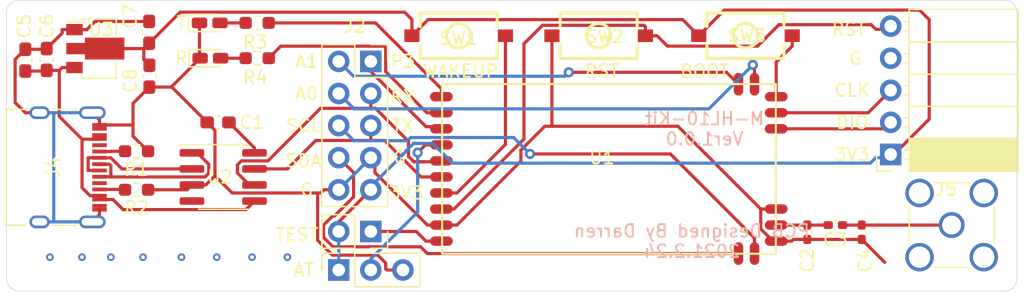
<source format=kicad_pcb>
(kicad_pcb (version 20171130) (host pcbnew "(5.1.9)-1")

  (general
    (thickness 1.6)
    (drawings 28)
    (tracks 274)
    (zones 0)
    (modules 26)
    (nets 32)
  )

  (page A4)
  (layers
    (0 F.Cu signal)
    (31 B.Cu signal)
    (32 B.Adhes user)
    (33 F.Adhes user)
    (34 B.Paste user)
    (35 F.Paste user)
    (36 B.SilkS user)
    (37 F.SilkS user)
    (38 B.Mask user)
    (39 F.Mask user)
    (40 Dwgs.User user)
    (41 Cmts.User user)
    (42 Eco1.User user)
    (43 Eco2.User user)
    (44 Edge.Cuts user)
    (45 Margin user)
    (46 B.CrtYd user hide)
    (47 F.CrtYd user hide)
    (48 B.Fab user hide)
    (49 F.Fab user hide)
  )

  (setup
    (last_trace_width 0.25)
    (trace_clearance 0.2)
    (zone_clearance 0.508)
    (zone_45_only no)
    (trace_min 0.2)
    (via_size 0.8)
    (via_drill 0.4)
    (via_min_size 0.4)
    (via_min_drill 0.3)
    (user_via 0.6 0.3)
    (uvia_size 0.3)
    (uvia_drill 0.1)
    (uvias_allowed no)
    (uvia_min_size 0.2)
    (uvia_min_drill 0.1)
    (edge_width 0.05)
    (segment_width 0.2)
    (pcb_text_width 0.3)
    (pcb_text_size 1.5 1.5)
    (mod_edge_width 0.12)
    (mod_text_size 1 1)
    (mod_text_width 0.15)
    (pad_size 1.524 1.524)
    (pad_drill 0.762)
    (pad_to_mask_clearance 0)
    (aux_axis_origin 0 0)
    (visible_elements 7FFFFFFF)
    (pcbplotparams
      (layerselection 0x010fc_ffffffff)
      (usegerberextensions false)
      (usegerberattributes true)
      (usegerberadvancedattributes true)
      (creategerberjobfile true)
      (excludeedgelayer true)
      (linewidth 0.100000)
      (plotframeref false)
      (viasonmask false)
      (mode 1)
      (useauxorigin false)
      (hpglpennumber 1)
      (hpglpenspeed 20)
      (hpglpendiameter 15.000000)
      (psnegative false)
      (psa4output false)
      (plotreference true)
      (plotvalue true)
      (plotinvisibletext false)
      (padsonsilk false)
      (subtractmaskfromsilk false)
      (outputformat 1)
      (mirror false)
      (drillshape 1)
      (scaleselection 1)
      (outputdirectory ""))
  )

  (net 0 "")
  (net 1 GND)
  (net 2 "Net-(C1-Pad1)")
  (net 3 "Net-(C2-Pad2)")
  (net 4 "Net-(C3-Pad1)")
  (net 5 +5V)
  (net 6 +3V3)
  (net 7 "Net-(D1-Pad2)")
  (net 8 "Net-(D2-Pad2)")
  (net 9 /AT)
  (net 10 /A1)
  (net 11 /A0)
  (net 12 /SCL)
  (net 13 /SDA)
  (net 14 /TX)
  (net 15 /RX)
  (net 16 /P3)
  (net 17 "Net-(J3-Pad1)")
  (net 18 "Net-(J4-PadB8)")
  (net 19 "Net-(J4-PadA5)")
  (net 20 /D-)
  (net 21 /D+)
  (net 22 "Net-(J4-PadA8)")
  (net 23 "Net-(J4-PadB5)")
  (net 24 "Net-(J5-Pad3)")
  (net 25 /RST)
  (net 26 /P1)
  (net 27 /P2)
  (net 28 /WKUP)
  (net 29 /BOOT)
  (net 30 "Net-(U2-Pad4)")
  (net 31 "Net-(J5-Pad2)")

  (net_class Default "This is the default net class."
    (clearance 0.2)
    (trace_width 0.25)
    (via_dia 0.8)
    (via_drill 0.4)
    (uvia_dia 0.3)
    (uvia_drill 0.1)
    (add_net +3V3)
    (add_net +5V)
    (add_net /A0)
    (add_net /A1)
    (add_net /AT)
    (add_net /BOOT)
    (add_net /D+)
    (add_net /D-)
    (add_net /P1)
    (add_net /P2)
    (add_net /P3)
    (add_net /RST)
    (add_net /RX)
    (add_net /SCL)
    (add_net /SDA)
    (add_net /TX)
    (add_net /WKUP)
    (add_net GND)
    (add_net "Net-(C1-Pad1)")
    (add_net "Net-(C2-Pad2)")
    (add_net "Net-(C3-Pad1)")
    (add_net "Net-(D1-Pad2)")
    (add_net "Net-(D2-Pad2)")
    (add_net "Net-(J3-Pad1)")
    (add_net "Net-(J4-PadA5)")
    (add_net "Net-(J4-PadA8)")
    (add_net "Net-(J4-PadB5)")
    (add_net "Net-(J4-PadB8)")
    (add_net "Net-(J5-Pad2)")
    (add_net "Net-(J5-Pad3)")
    (add_net "Net-(U2-Pad4)")
  )

  (module Connector_PinSocket_2.54mm:PinSocket_1x05_P2.54mm_Horizontal (layer F.Cu) (tedit 5A19A431) (tstamp 60359BEE)
    (at 205.994 92.202 180)
    (descr "Through hole angled socket strip, 1x05, 2.54mm pitch, 8.51mm socket length, single row (from Kicad 4.0.7), script generated")
    (tags "Through hole angled socket strip THT 1x05 2.54mm single row")
    (path /6035F909)
    (fp_text reference J5 (at -4.38 -2.77) (layer F.SilkS)
      (effects (font (size 1 1) (thickness 0.15)))
    )
    (fp_text value Conn_01x05_Female (at -4.38 12.93) (layer F.Fab)
      (effects (font (size 1 1) (thickness 0.15)))
    )
    (fp_line (start 1.75 11.95) (end 1.75 -1.75) (layer F.CrtYd) (width 0.05))
    (fp_line (start -10.55 11.95) (end 1.75 11.95) (layer F.CrtYd) (width 0.05))
    (fp_line (start -10.55 -1.75) (end -10.55 11.95) (layer F.CrtYd) (width 0.05))
    (fp_line (start 1.75 -1.75) (end -10.55 -1.75) (layer F.CrtYd) (width 0.05))
    (fp_line (start 0 -1.33) (end 1.11 -1.33) (layer F.SilkS) (width 0.12))
    (fp_line (start 1.11 -1.33) (end 1.11 0) (layer F.SilkS) (width 0.12))
    (fp_line (start -10.09 -1.33) (end -10.09 11.49) (layer F.SilkS) (width 0.12))
    (fp_line (start -10.09 11.49) (end -1.46 11.49) (layer F.SilkS) (width 0.12))
    (fp_line (start -1.46 -1.33) (end -1.46 11.49) (layer F.SilkS) (width 0.12))
    (fp_line (start -10.09 -1.33) (end -1.46 -1.33) (layer F.SilkS) (width 0.12))
    (fp_line (start -10.09 8.89) (end -1.46 8.89) (layer F.SilkS) (width 0.12))
    (fp_line (start -10.09 6.35) (end -1.46 6.35) (layer F.SilkS) (width 0.12))
    (fp_line (start -10.09 3.81) (end -1.46 3.81) (layer F.SilkS) (width 0.12))
    (fp_line (start -10.09 1.27) (end -1.46 1.27) (layer F.SilkS) (width 0.12))
    (fp_line (start -1.46 10.52) (end -1.05 10.52) (layer F.SilkS) (width 0.12))
    (fp_line (start -1.46 9.8) (end -1.05 9.8) (layer F.SilkS) (width 0.12))
    (fp_line (start -1.46 7.98) (end -1.05 7.98) (layer F.SilkS) (width 0.12))
    (fp_line (start -1.46 7.26) (end -1.05 7.26) (layer F.SilkS) (width 0.12))
    (fp_line (start -1.46 5.44) (end -1.05 5.44) (layer F.SilkS) (width 0.12))
    (fp_line (start -1.46 4.72) (end -1.05 4.72) (layer F.SilkS) (width 0.12))
    (fp_line (start -1.46 2.9) (end -1.05 2.9) (layer F.SilkS) (width 0.12))
    (fp_line (start -1.46 2.18) (end -1.05 2.18) (layer F.SilkS) (width 0.12))
    (fp_line (start -1.46 0.36) (end -1.11 0.36) (layer F.SilkS) (width 0.12))
    (fp_line (start -1.46 -0.36) (end -1.11 -0.36) (layer F.SilkS) (width 0.12))
    (fp_line (start -10.09 1.1519) (end -1.46 1.1519) (layer F.SilkS) (width 0.12))
    (fp_line (start -10.09 1.033805) (end -1.46 1.033805) (layer F.SilkS) (width 0.12))
    (fp_line (start -10.09 0.91571) (end -1.46 0.91571) (layer F.SilkS) (width 0.12))
    (fp_line (start -10.09 0.797615) (end -1.46 0.797615) (layer F.SilkS) (width 0.12))
    (fp_line (start -10.09 0.67952) (end -1.46 0.67952) (layer F.SilkS) (width 0.12))
    (fp_line (start -10.09 0.561425) (end -1.46 0.561425) (layer F.SilkS) (width 0.12))
    (fp_line (start -10.09 0.44333) (end -1.46 0.44333) (layer F.SilkS) (width 0.12))
    (fp_line (start -10.09 0.325235) (end -1.46 0.325235) (layer F.SilkS) (width 0.12))
    (fp_line (start -10.09 0.20714) (end -1.46 0.20714) (layer F.SilkS) (width 0.12))
    (fp_line (start -10.09 0.089045) (end -1.46 0.089045) (layer F.SilkS) (width 0.12))
    (fp_line (start -10.09 -0.02905) (end -1.46 -0.02905) (layer F.SilkS) (width 0.12))
    (fp_line (start -10.09 -0.147145) (end -1.46 -0.147145) (layer F.SilkS) (width 0.12))
    (fp_line (start -10.09 -0.26524) (end -1.46 -0.26524) (layer F.SilkS) (width 0.12))
    (fp_line (start -10.09 -0.383335) (end -1.46 -0.383335) (layer F.SilkS) (width 0.12))
    (fp_line (start -10.09 -0.50143) (end -1.46 -0.50143) (layer F.SilkS) (width 0.12))
    (fp_line (start -10.09 -0.619525) (end -1.46 -0.619525) (layer F.SilkS) (width 0.12))
    (fp_line (start -10.09 -0.73762) (end -1.46 -0.73762) (layer F.SilkS) (width 0.12))
    (fp_line (start -10.09 -0.855715) (end -1.46 -0.855715) (layer F.SilkS) (width 0.12))
    (fp_line (start -10.09 -0.97381) (end -1.46 -0.97381) (layer F.SilkS) (width 0.12))
    (fp_line (start -10.09 -1.091905) (end -1.46 -1.091905) (layer F.SilkS) (width 0.12))
    (fp_line (start -10.09 -1.21) (end -1.46 -1.21) (layer F.SilkS) (width 0.12))
    (fp_line (start 0 10.46) (end 0 9.86) (layer F.Fab) (width 0.1))
    (fp_line (start -1.52 10.46) (end 0 10.46) (layer F.Fab) (width 0.1))
    (fp_line (start 0 9.86) (end -1.52 9.86) (layer F.Fab) (width 0.1))
    (fp_line (start 0 7.92) (end 0 7.32) (layer F.Fab) (width 0.1))
    (fp_line (start -1.52 7.92) (end 0 7.92) (layer F.Fab) (width 0.1))
    (fp_line (start 0 7.32) (end -1.52 7.32) (layer F.Fab) (width 0.1))
    (fp_line (start 0 5.38) (end 0 4.78) (layer F.Fab) (width 0.1))
    (fp_line (start -1.52 5.38) (end 0 5.38) (layer F.Fab) (width 0.1))
    (fp_line (start 0 4.78) (end -1.52 4.78) (layer F.Fab) (width 0.1))
    (fp_line (start 0 2.84) (end 0 2.24) (layer F.Fab) (width 0.1))
    (fp_line (start -1.52 2.84) (end 0 2.84) (layer F.Fab) (width 0.1))
    (fp_line (start 0 2.24) (end -1.52 2.24) (layer F.Fab) (width 0.1))
    (fp_line (start 0 0.3) (end 0 -0.3) (layer F.Fab) (width 0.1))
    (fp_line (start -1.52 0.3) (end 0 0.3) (layer F.Fab) (width 0.1))
    (fp_line (start 0 -0.3) (end -1.52 -0.3) (layer F.Fab) (width 0.1))
    (fp_line (start -10.03 11.43) (end -10.03 -1.27) (layer F.Fab) (width 0.1))
    (fp_line (start -1.52 11.43) (end -10.03 11.43) (layer F.Fab) (width 0.1))
    (fp_line (start -1.52 -0.3) (end -1.52 11.43) (layer F.Fab) (width 0.1))
    (fp_line (start -2.49 -1.27) (end -1.52 -0.3) (layer F.Fab) (width 0.1))
    (fp_line (start -10.03 -1.27) (end -2.49 -1.27) (layer F.Fab) (width 0.1))
    (fp_text user %R (at -5.775 5.08 90) (layer F.Fab)
      (effects (font (size 1 1) (thickness 0.15)))
    )
    (pad 5 thru_hole oval (at 0 10.16 180) (size 1.7 1.7) (drill 1) (layers *.Cu *.Mask)
      (net 25 /RST))
    (pad 4 thru_hole oval (at 0 7.62 180) (size 1.7 1.7) (drill 1) (layers *.Cu *.Mask)
      (net 1 GND))
    (pad 3 thru_hole oval (at 0 5.08 180) (size 1.7 1.7) (drill 1) (layers *.Cu *.Mask)
      (net 24 "Net-(J5-Pad3)"))
    (pad 2 thru_hole oval (at 0 2.54 180) (size 1.7 1.7) (drill 1) (layers *.Cu *.Mask)
      (net 31 "Net-(J5-Pad2)"))
    (pad 1 thru_hole rect (at 0 0 180) (size 1.7 1.7) (drill 1) (layers *.Cu *.Mask)
      (net 6 +3V3))
    (model ${KISYS3DMOD}/Connector_PinSocket_2.54mm.3dshapes/PinSocket_1x05_P2.54mm_Horizontal.wrl
      (at (xyz 0 0 0))
      (scale (xyz 1 1 1))
      (rotate (xyz 0 0 0))
    )
  )

  (module Package_TO_SOT_SMD:SOT-89-3 (layer F.Cu) (tedit 5C33D6E8) (tstamp 60365643)
    (at 143.04 83.82)
    (descr "SOT-89-3, http://ww1.microchip.com/downloads/en/DeviceDoc/3L_SOT-89_MB_C04-029C.pdf")
    (tags SOT-89-3)
    (path /6034C53A)
    (attr smd)
    (fp_text reference U3 (at 0.4695 -1.524) (layer F.SilkS)
      (effects (font (size 1 1) (thickness 0.15)))
    )
    (fp_text value AMS1117-3.3 (at 0.3 3.5) (layer F.Fab)
      (effects (font (size 1 1) (thickness 0.15)))
    )
    (fp_text user %R (at 0.5 0 90) (layer F.Fab)
      (effects (font (size 1 1) (thickness 0.15)))
    )
    (fp_line (start 1.66 1.05) (end 1.66 2.36) (layer F.SilkS) (width 0.12))
    (fp_line (start 1.66 2.36) (end -1.06 2.36) (layer F.SilkS) (width 0.12))
    (fp_line (start -2.2 -2.13) (end -1.06 -2.13) (layer F.SilkS) (width 0.12))
    (fp_line (start 1.66 -2.36) (end 1.66 -1.05) (layer F.SilkS) (width 0.12))
    (fp_line (start -0.95 -1.25) (end 0.05 -2.25) (layer F.Fab) (width 0.1))
    (fp_line (start 1.55 -2.25) (end 1.55 2.25) (layer F.Fab) (width 0.1))
    (fp_line (start 1.55 2.25) (end -0.95 2.25) (layer F.Fab) (width 0.1))
    (fp_line (start -0.95 2.25) (end -0.95 -1.25) (layer F.Fab) (width 0.1))
    (fp_line (start 0.05 -2.25) (end 1.55 -2.25) (layer F.Fab) (width 0.1))
    (fp_line (start 2.55 -2.5) (end 2.55 2.5) (layer F.CrtYd) (width 0.05))
    (fp_line (start 2.55 -2.5) (end -2.55 -2.5) (layer F.CrtYd) (width 0.05))
    (fp_line (start -2.55 2.5) (end 2.55 2.5) (layer F.CrtYd) (width 0.05))
    (fp_line (start -2.55 2.5) (end -2.55 -2.5) (layer F.CrtYd) (width 0.05))
    (fp_line (start -1.06 -2.36) (end 1.66 -2.36) (layer F.SilkS) (width 0.12))
    (fp_line (start -1.06 -2.36) (end -1.06 -2.13) (layer F.SilkS) (width 0.12))
    (fp_line (start -1.06 2.36) (end -1.06 2.13) (layer F.SilkS) (width 0.12))
    (pad 2 smd custom (at -1.5625 0) (size 1.475 0.9) (layers F.Cu F.Paste F.Mask)
      (net 6 +3V3) (zone_connect 2)
      (options (clearance outline) (anchor rect))
      (primitives
        (gr_poly (pts
           (xy 0.7375 -0.8665) (xy 3.8625 -0.8665) (xy 3.8625 0.8665) (xy 0.7375 0.8665)) (width 0))
      ))
    (pad 3 smd rect (at -1.65 1.5) (size 1.3 0.9) (layers F.Cu F.Paste F.Mask)
      (net 5 +5V))
    (pad 1 smd rect (at -1.65 -1.5) (size 1.3 0.9) (layers F.Cu F.Paste F.Mask)
      (net 1 GND))
    (model ${KISYS3DMOD}/Package_TO_SOT_SMD.3dshapes/SOT-89-3.wrl
      (at (xyz 0 0 0))
      (scale (xyz 1 1 1))
      (rotate (xyz 0 0 0))
    )
  )

  (module Package_SO:SOIC-8_3.9x4.9mm_P1.27mm (layer F.Cu) (tedit 5D9F72B1) (tstamp 6036562B)
    (at 153.162 93.98)
    (descr "SOIC, 8 Pin (JEDEC MS-012AA, https://www.analog.com/media/en/package-pcb-resources/package/pkg_pdf/soic_narrow-r/r_8.pdf), generated with kicad-footprint-generator ipc_gullwing_generator.py")
    (tags "SOIC SO")
    (path /6034F616)
    (attr smd)
    (fp_text reference U2 (at -0.254 0) (layer F.SilkS)
      (effects (font (size 1 1) (thickness 0.15)))
    )
    (fp_text value CH330N (at 0 3.4) (layer F.Fab)
      (effects (font (size 1 1) (thickness 0.15)))
    )
    (fp_text user %R (at 0 0) (layer F.Fab)
      (effects (font (size 0.98 0.98) (thickness 0.15)))
    )
    (fp_line (start 0 2.56) (end 1.95 2.56) (layer F.SilkS) (width 0.12))
    (fp_line (start 0 2.56) (end -1.95 2.56) (layer F.SilkS) (width 0.12))
    (fp_line (start 0 -2.56) (end 1.95 -2.56) (layer F.SilkS) (width 0.12))
    (fp_line (start 0 -2.56) (end -3.45 -2.56) (layer F.SilkS) (width 0.12))
    (fp_line (start -0.975 -2.45) (end 1.95 -2.45) (layer F.Fab) (width 0.1))
    (fp_line (start 1.95 -2.45) (end 1.95 2.45) (layer F.Fab) (width 0.1))
    (fp_line (start 1.95 2.45) (end -1.95 2.45) (layer F.Fab) (width 0.1))
    (fp_line (start -1.95 2.45) (end -1.95 -1.475) (layer F.Fab) (width 0.1))
    (fp_line (start -1.95 -1.475) (end -0.975 -2.45) (layer F.Fab) (width 0.1))
    (fp_line (start -3.7 -2.7) (end -3.7 2.7) (layer F.CrtYd) (width 0.05))
    (fp_line (start -3.7 2.7) (end 3.7 2.7) (layer F.CrtYd) (width 0.05))
    (fp_line (start 3.7 2.7) (end 3.7 -2.7) (layer F.CrtYd) (width 0.05))
    (fp_line (start 3.7 -2.7) (end -3.7 -2.7) (layer F.CrtYd) (width 0.05))
    (pad 8 smd roundrect (at 2.475 -1.905) (size 1.95 0.6) (layers F.Cu F.Paste F.Mask) (roundrect_rratio 0.25)
      (net 2 "Net-(C1-Pad1)"))
    (pad 7 smd roundrect (at 2.475 -0.635) (size 1.95 0.6) (layers F.Cu F.Paste F.Mask) (roundrect_rratio 0.25)
      (net 14 /TX))
    (pad 6 smd roundrect (at 2.475 0.635) (size 1.95 0.6) (layers F.Cu F.Paste F.Mask) (roundrect_rratio 0.25)
      (net 15 /RX))
    (pad 5 smd roundrect (at 2.475 1.905) (size 1.95 0.6) (layers F.Cu F.Paste F.Mask) (roundrect_rratio 0.25)
      (net 5 +5V))
    (pad 4 smd roundrect (at -2.475 1.905) (size 1.95 0.6) (layers F.Cu F.Paste F.Mask) (roundrect_rratio 0.25)
      (net 30 "Net-(U2-Pad4)"))
    (pad 3 smd roundrect (at -2.475 0.635) (size 1.95 0.6) (layers F.Cu F.Paste F.Mask) (roundrect_rratio 0.25)
      (net 1 GND))
    (pad 2 smd roundrect (at -2.475 -0.635) (size 1.95 0.6) (layers F.Cu F.Paste F.Mask) (roundrect_rratio 0.25)
      (net 20 /D-))
    (pad 1 smd roundrect (at -2.475 -1.905) (size 1.95 0.6) (layers F.Cu F.Paste F.Mask) (roundrect_rratio 0.25)
      (net 21 /D+))
    (model ${KISYS3DMOD}/Package_SO.3dshapes/SOIC-8_3.9x4.9mm_P1.27mm.wrl
      (at (xyz 0 0 0))
      (scale (xyz 1 1 1))
      (rotate (xyz 0 0 0))
    )
  )

  (module PCAD_M-HL10:M-HL10 (layer F.Cu) (tedit 60315D5E) (tstamp 60365611)
    (at 183.134 92.71)
    (path /6034BB11)
    (fp_text reference U1 (at 0 -0.254) (layer F.SilkS)
      (effects (font (size 1 1) (thickness 0.15)))
    )
    (fp_text value M-HL10 (at -11.930343 10.835724) (layer F.Fab)
      (effects (font (size 1 1) (thickness 0.15)))
    )
    (fp_line (start -13.65 8.285) (end -13.65 -7.015) (layer F.CrtYd) (width 0.05))
    (fp_line (start 14.75 8.285) (end -13.65 8.285) (layer F.CrtYd) (width 0.05))
    (fp_line (start 14.75 -7.015) (end 14.75 8.285) (layer F.CrtYd) (width 0.05))
    (fp_line (start -13.65 -7.015) (end 14.75 -7.015) (layer F.CrtYd) (width 0.05))
    (fp_line (start -12.646 7.35) (end 13.77 7.35) (layer F.SilkS) (width 0.165))
    (fp_line (start 13.77 7.35) (end 13.77 -6.08) (layer F.SilkS) (width 0.165))
    (fp_line (start -12.646 -6.08) (end 13.77 -6.08) (layer F.SilkS) (width 0.165))
    (fp_line (start -12.646 7.35) (end -12.646 -6.08) (layer F.SilkS) (width 0.165))
    (pad 20 smd oval (at 10.813 -6.065 270) (size 1.8 0.75) (layers F.Cu F.Paste F.Mask)
      (net 10 /A1))
    (pad 19 smd oval (at 12.083 -6.065 270) (size 1.8 0.75) (layers F.Cu F.Paste F.Mask)
      (net 11 /A0))
    (pad 18 smd oval (at 13.8 -5.08 180) (size 1.8 0.75) (layers F.Cu F.Paste F.Mask)
      (net 29 /BOOT))
    (pad 17 smd oval (at 13.8 -3.81 180) (size 1.8 0.75) (layers F.Cu F.Paste F.Mask)
      (net 24 "Net-(J5-Pad3)"))
    (pad 16 smd oval (at 13.8 -2.54 180) (size 1.8 0.75) (layers F.Cu F.Paste F.Mask)
      (net 31 "Net-(J5-Pad2)"))
    (pad 15 smd oval (at 13.8 3.81 180) (size 1.8 0.75) (layers F.Cu F.Paste F.Mask)
      (net 1 GND))
    (pad 14 smd oval (at 13.8 5.08 180) (size 1.8 0.75) (layers F.Cu F.Paste F.Mask)
      (net 3 "Net-(C2-Pad2)"))
    (pad 13 smd oval (at 13.8 6.35 180) (size 1.8 0.75) (layers F.Cu F.Paste F.Mask)
      (net 1 GND))
    (pad 12 smd oval (at 12.083 7.335 270) (size 1.8 0.75) (layers F.Cu F.Paste F.Mask)
      (net 12 /SCL))
    (pad 11 smd oval (at 10.813 7.335 270) (size 1.8 0.75) (layers F.Cu F.Paste F.Mask)
      (net 13 /SDA))
    (pad 10 smd oval (at -12.7 6.35 180) (size 1.8 0.75) (layers F.Cu F.Paste F.Mask)
      (net 17 "Net-(J3-Pad1)"))
    (pad 9 smd oval (at -12.7 5.08 180) (size 1.8 0.75) (layers F.Cu F.Paste F.Mask)
      (net 1 GND))
    (pad 8 smd oval (at -12.7 3.81 180) (size 1.8 0.75) (layers F.Cu F.Paste F.Mask)
      (net 25 /RST))
    (pad 7 smd oval (at -12.7 2.54 180) (size 1.8 0.75) (layers F.Cu F.Paste F.Mask)
      (net 28 /WKUP))
    (pad 6 smd oval (at -12.7 1.27 180) (size 1.8 0.75) (layers F.Cu F.Paste F.Mask)
      (net 14 /TX))
    (pad 5 smd oval (at -12.7 0 180) (size 1.8 0.75) (layers F.Cu F.Paste F.Mask)
      (net 15 /RX))
    (pad 4 smd oval (at -12.7 -1.27 180) (size 1.8 0.75) (layers F.Cu F.Paste F.Mask)
      (net 9 /AT))
    (pad 3 smd oval (at -12.7 -2.54 180) (size 1.8 0.75) (layers F.Cu F.Paste F.Mask)
      (net 16 /P3))
    (pad 2 smd oval (at -12.7 -3.81 180) (size 1.8 0.75) (layers F.Cu F.Paste F.Mask)
      (net 27 /P2))
    (pad 1 smd oval (at -12.7 -5.08 180) (size 1.8 0.75) (layers F.Cu F.Paste F.Mask)
      (net 26 /P1))
  )

  (module Resistor_SMD:R_0603_1608Metric_Pad0.98x0.95mm_HandSolder (layer F.Cu) (tedit 5F68FEEE) (tstamp 6036559D)
    (at 155.852 84.582 180)
    (descr "Resistor SMD 0603 (1608 Metric), square (rectangular) end terminal, IPC_7351 nominal with elongated pad for handsoldering. (Body size source: IPC-SM-782 page 72, https://www.pcb-3d.com/wordpress/wp-content/uploads/ipc-sm-782a_amendment_1_and_2.pdf), generated with kicad-footprint-generator")
    (tags "resistor handsolder")
    (path /6036A2B1)
    (attr smd)
    (fp_text reference R4 (at 0.15 -1.524) (layer F.SilkS)
      (effects (font (size 1 1) (thickness 0.15)))
    )
    (fp_text value 1K (at 0 1.43) (layer F.Fab)
      (effects (font (size 1 1) (thickness 0.15)))
    )
    (fp_text user %R (at 0 0) (layer F.Fab)
      (effects (font (size 0.4 0.4) (thickness 0.06)))
    )
    (fp_line (start -0.8 0.4125) (end -0.8 -0.4125) (layer F.Fab) (width 0.1))
    (fp_line (start -0.8 -0.4125) (end 0.8 -0.4125) (layer F.Fab) (width 0.1))
    (fp_line (start 0.8 -0.4125) (end 0.8 0.4125) (layer F.Fab) (width 0.1))
    (fp_line (start 0.8 0.4125) (end -0.8 0.4125) (layer F.Fab) (width 0.1))
    (fp_line (start -0.254724 -0.5225) (end 0.254724 -0.5225) (layer F.SilkS) (width 0.12))
    (fp_line (start -0.254724 0.5225) (end 0.254724 0.5225) (layer F.SilkS) (width 0.12))
    (fp_line (start -1.65 0.73) (end -1.65 -0.73) (layer F.CrtYd) (width 0.05))
    (fp_line (start -1.65 -0.73) (end 1.65 -0.73) (layer F.CrtYd) (width 0.05))
    (fp_line (start 1.65 -0.73) (end 1.65 0.73) (layer F.CrtYd) (width 0.05))
    (fp_line (start 1.65 0.73) (end -1.65 0.73) (layer F.CrtYd) (width 0.05))
    (pad 2 smd roundrect (at 0.9125 0 180) (size 0.975 0.95) (layers F.Cu F.Paste F.Mask) (roundrect_rratio 0.25)
      (net 8 "Net-(D2-Pad2)"))
    (pad 1 smd roundrect (at -0.9125 0 180) (size 0.975 0.95) (layers F.Cu F.Paste F.Mask) (roundrect_rratio 0.25)
      (net 27 /P2))
    (model ${KISYS3DMOD}/Resistor_SMD.3dshapes/R_0603_1608Metric.wrl
      (at (xyz 0 0 0))
      (scale (xyz 1 1 1))
      (rotate (xyz 0 0 0))
    )
  )

  (module Resistor_SMD:R_0603_1608Metric_Pad0.98x0.95mm_HandSolder (layer F.Cu) (tedit 5F68FEEE) (tstamp 6036610D)
    (at 155.852 81.788 180)
    (descr "Resistor SMD 0603 (1608 Metric), square (rectangular) end terminal, IPC_7351 nominal with elongated pad for handsoldering. (Body size source: IPC-SM-782 page 72, https://www.pcb-3d.com/wordpress/wp-content/uploads/ipc-sm-782a_amendment_1_and_2.pdf), generated with kicad-footprint-generator")
    (tags "resistor handsolder")
    (path /60369F65)
    (attr smd)
    (fp_text reference R3 (at 0.15 -1.524) (layer F.SilkS)
      (effects (font (size 1 1) (thickness 0.15)))
    )
    (fp_text value 1K (at 0 1.43) (layer F.Fab)
      (effects (font (size 1 1) (thickness 0.15)))
    )
    (fp_text user %R (at 0 0) (layer F.Fab)
      (effects (font (size 0.4 0.4) (thickness 0.06)))
    )
    (fp_line (start -0.8 0.4125) (end -0.8 -0.4125) (layer F.Fab) (width 0.1))
    (fp_line (start -0.8 -0.4125) (end 0.8 -0.4125) (layer F.Fab) (width 0.1))
    (fp_line (start 0.8 -0.4125) (end 0.8 0.4125) (layer F.Fab) (width 0.1))
    (fp_line (start 0.8 0.4125) (end -0.8 0.4125) (layer F.Fab) (width 0.1))
    (fp_line (start -0.254724 -0.5225) (end 0.254724 -0.5225) (layer F.SilkS) (width 0.12))
    (fp_line (start -0.254724 0.5225) (end 0.254724 0.5225) (layer F.SilkS) (width 0.12))
    (fp_line (start -1.65 0.73) (end -1.65 -0.73) (layer F.CrtYd) (width 0.05))
    (fp_line (start -1.65 -0.73) (end 1.65 -0.73) (layer F.CrtYd) (width 0.05))
    (fp_line (start 1.65 -0.73) (end 1.65 0.73) (layer F.CrtYd) (width 0.05))
    (fp_line (start 1.65 0.73) (end -1.65 0.73) (layer F.CrtYd) (width 0.05))
    (pad 2 smd roundrect (at 0.9125 0 180) (size 0.975 0.95) (layers F.Cu F.Paste F.Mask) (roundrect_rratio 0.25)
      (net 7 "Net-(D1-Pad2)"))
    (pad 1 smd roundrect (at -0.9125 0 180) (size 0.975 0.95) (layers F.Cu F.Paste F.Mask) (roundrect_rratio 0.25)
      (net 26 /P1))
    (model ${KISYS3DMOD}/Resistor_SMD.3dshapes/R_0603_1608Metric.wrl
      (at (xyz 0 0 0))
      (scale (xyz 1 1 1))
      (rotate (xyz 0 0 0))
    )
  )

  (module Resistor_SMD:R_0603_1608Metric_Pad0.98x0.95mm_HandSolder (layer F.Cu) (tedit 5F68FEEE) (tstamp 6036557B)
    (at 146.304 94.996 180)
    (descr "Resistor SMD 0603 (1608 Metric), square (rectangular) end terminal, IPC_7351 nominal with elongated pad for handsoldering. (Body size source: IPC-SM-782 page 72, https://www.pcb-3d.com/wordpress/wp-content/uploads/ipc-sm-782a_amendment_1_and_2.pdf), generated with kicad-footprint-generator")
    (tags "resistor handsolder")
    (path /60353DC9)
    (attr smd)
    (fp_text reference R2 (at 0 -1.43) (layer F.SilkS)
      (effects (font (size 1 1) (thickness 0.15)))
    )
    (fp_text value 5.1K (at 0 1.43) (layer F.Fab)
      (effects (font (size 1 1) (thickness 0.15)))
    )
    (fp_text user %R (at 0 0) (layer F.Fab)
      (effects (font (size 0.4 0.4) (thickness 0.06)))
    )
    (fp_line (start -0.8 0.4125) (end -0.8 -0.4125) (layer F.Fab) (width 0.1))
    (fp_line (start -0.8 -0.4125) (end 0.8 -0.4125) (layer F.Fab) (width 0.1))
    (fp_line (start 0.8 -0.4125) (end 0.8 0.4125) (layer F.Fab) (width 0.1))
    (fp_line (start 0.8 0.4125) (end -0.8 0.4125) (layer F.Fab) (width 0.1))
    (fp_line (start -0.254724 -0.5225) (end 0.254724 -0.5225) (layer F.SilkS) (width 0.12))
    (fp_line (start -0.254724 0.5225) (end 0.254724 0.5225) (layer F.SilkS) (width 0.12))
    (fp_line (start -1.65 0.73) (end -1.65 -0.73) (layer F.CrtYd) (width 0.05))
    (fp_line (start -1.65 -0.73) (end 1.65 -0.73) (layer F.CrtYd) (width 0.05))
    (fp_line (start 1.65 -0.73) (end 1.65 0.73) (layer F.CrtYd) (width 0.05))
    (fp_line (start 1.65 0.73) (end -1.65 0.73) (layer F.CrtYd) (width 0.05))
    (pad 2 smd roundrect (at 0.9125 0 180) (size 0.975 0.95) (layers F.Cu F.Paste F.Mask) (roundrect_rratio 0.25)
      (net 23 "Net-(J4-PadB5)"))
    (pad 1 smd roundrect (at -0.9125 0 180) (size 0.975 0.95) (layers F.Cu F.Paste F.Mask) (roundrect_rratio 0.25)
      (net 1 GND))
    (model ${KISYS3DMOD}/Resistor_SMD.3dshapes/R_0603_1608Metric.wrl
      (at (xyz 0 0 0))
      (scale (xyz 1 1 1))
      (rotate (xyz 0 0 0))
    )
  )

  (module Resistor_SMD:R_0603_1608Metric_Pad0.98x0.95mm_HandSolder (layer F.Cu) (tedit 5F68FEEE) (tstamp 6036556A)
    (at 146.304 91.948 180)
    (descr "Resistor SMD 0603 (1608 Metric), square (rectangular) end terminal, IPC_7351 nominal with elongated pad for handsoldering. (Body size source: IPC-SM-782 page 72, https://www.pcb-3d.com/wordpress/wp-content/uploads/ipc-sm-782a_amendment_1_and_2.pdf), generated with kicad-footprint-generator")
    (tags "resistor handsolder")
    (path /60353A56)
    (attr smd)
    (fp_text reference R1 (at 0 -1.43) (layer F.SilkS)
      (effects (font (size 1 1) (thickness 0.15)))
    )
    (fp_text value 5.1K (at 0 1.43) (layer F.Fab)
      (effects (font (size 1 1) (thickness 0.15)))
    )
    (fp_text user %R (at 0 0) (layer F.Fab)
      (effects (font (size 0.4 0.4) (thickness 0.06)))
    )
    (fp_line (start -0.8 0.4125) (end -0.8 -0.4125) (layer F.Fab) (width 0.1))
    (fp_line (start -0.8 -0.4125) (end 0.8 -0.4125) (layer F.Fab) (width 0.1))
    (fp_line (start 0.8 -0.4125) (end 0.8 0.4125) (layer F.Fab) (width 0.1))
    (fp_line (start 0.8 0.4125) (end -0.8 0.4125) (layer F.Fab) (width 0.1))
    (fp_line (start -0.254724 -0.5225) (end 0.254724 -0.5225) (layer F.SilkS) (width 0.12))
    (fp_line (start -0.254724 0.5225) (end 0.254724 0.5225) (layer F.SilkS) (width 0.12))
    (fp_line (start -1.65 0.73) (end -1.65 -0.73) (layer F.CrtYd) (width 0.05))
    (fp_line (start -1.65 -0.73) (end 1.65 -0.73) (layer F.CrtYd) (width 0.05))
    (fp_line (start 1.65 -0.73) (end 1.65 0.73) (layer F.CrtYd) (width 0.05))
    (fp_line (start 1.65 0.73) (end -1.65 0.73) (layer F.CrtYd) (width 0.05))
    (pad 2 smd roundrect (at 0.9125 0 180) (size 0.975 0.95) (layers F.Cu F.Paste F.Mask) (roundrect_rratio 0.25)
      (net 19 "Net-(J4-PadA5)"))
    (pad 1 smd roundrect (at -0.9125 0 180) (size 0.975 0.95) (layers F.Cu F.Paste F.Mask) (roundrect_rratio 0.25)
      (net 1 GND))
    (model ${KISYS3DMOD}/Resistor_SMD.3dshapes/R_0603_1608Metric.wrl
      (at (xyz 0 0 0))
      (scale (xyz 1 1 1))
      (rotate (xyz 0 0 0))
    )
  )

  (module Connector_USB:USB_C_Receptacle_XKB_U262-16XN-4BVC11 (layer F.Cu) (tedit 5E1305FC) (tstamp 60365499)
    (at 139.7 93.218 270)
    (descr "USB Type C, right-angle, SMT, https://datasheet.lcsc.com/szlcsc/1811141824_XKB-Enterprise-U262-161N-4BVC11_C319148.pdf")
    (tags "USB C Type-C Receptacle SMD")
    (path /6034DA2A)
    (attr smd)
    (fp_text reference J4 (at 0 0 90) (layer F.SilkS)
      (effects (font (size 1 1) (thickness 0.15)))
    )
    (fp_text value USB_C_Receptacle_USB2.0 (at 0 4.935 90) (layer F.Fab)
      (effects (font (size 1 1) (thickness 0.15)))
    )
    (fp_text user %R (at 0 0 90) (layer F.Fab)
      (effects (font (size 1 1) (thickness 0.15)))
    )
    (fp_line (start -4.58 -1.85) (end -4.58 0.07) (layer F.SilkS) (width 0.12))
    (fp_line (start 4.58 0.07) (end 4.58 -1.85) (layer F.SilkS) (width 0.12))
    (fp_line (start 4.58 2.08) (end 4.58 3.785) (layer F.SilkS) (width 0.12))
    (fp_line (start -4.58 3.785) (end -4.58 2.08) (layer F.SilkS) (width 0.12))
    (fp_line (start 4.58 3.785) (end -4.58 3.785) (layer F.SilkS) (width 0.12))
    (fp_line (start -5.32 -4.75) (end 5.32 -4.75) (layer F.CrtYd) (width 0.05))
    (fp_line (start 5.32 -4.75) (end 5.32 4.18) (layer F.CrtYd) (width 0.05))
    (fp_line (start 5.32 4.18) (end -5.32 4.18) (layer F.CrtYd) (width 0.05))
    (fp_line (start -5.32 4.18) (end -5.32 -4.75) (layer F.CrtYd) (width 0.05))
    (fp_line (start -4.47 -3.675) (end -4.47 3.675) (layer F.Fab) (width 0.1))
    (fp_line (start -4.47 3.675) (end 4.47 3.675) (layer F.Fab) (width 0.1))
    (fp_line (start 4.47 3.675) (end 4.47 -3.675) (layer F.Fab) (width 0.1))
    (fp_line (start -4.47 -3.675) (end 4.47 -3.675) (layer F.Fab) (width 0.1))
    (pad A12 smd rect (at 3.35 -3.67 270) (size 0.3 1.15) (layers F.Cu F.Paste F.Mask)
      (net 1 GND))
    (pad A9 smd rect (at 2.55 -3.67 270) (size 0.3 1.15) (layers F.Cu F.Paste F.Mask)
      (net 5 +5V))
    (pad B9 smd rect (at -2.25 -3.67 270) (size 0.3 1.15) (layers F.Cu F.Paste F.Mask)
      (net 5 +5V))
    (pad B12 smd rect (at -3.05 -3.67 270) (size 0.3 1.15) (layers F.Cu F.Paste F.Mask)
      (net 1 GND))
    (pad A1 smd rect (at -3.35 -3.67 270) (size 0.3 1.15) (layers F.Cu F.Paste F.Mask)
      (net 1 GND))
    (pad A4 smd rect (at -2.55 -3.67 270) (size 0.3 1.15) (layers F.Cu F.Paste F.Mask)
      (net 5 +5V))
    (pad B8 smd rect (at -1.75 -3.67 270) (size 0.3 1.15) (layers F.Cu F.Paste F.Mask)
      (net 18 "Net-(J4-PadB8)"))
    (pad A5 smd rect (at -1.25 -3.67 270) (size 0.3 1.15) (layers F.Cu F.Paste F.Mask)
      (net 19 "Net-(J4-PadA5)"))
    (pad B7 smd rect (at -0.75 -3.67 270) (size 0.3 1.15) (layers F.Cu F.Paste F.Mask)
      (net 20 /D-))
    (pad A6 smd rect (at -0.25 -3.67 270) (size 0.3 1.15) (layers F.Cu F.Paste F.Mask)
      (net 21 /D+))
    (pad A7 smd rect (at 0.25 -3.67 270) (size 0.3 1.15) (layers F.Cu F.Paste F.Mask)
      (net 20 /D-))
    (pad B6 smd rect (at 0.75 -3.67 270) (size 0.3 1.15) (layers F.Cu F.Paste F.Mask)
      (net 21 /D+))
    (pad A8 smd rect (at 1.25 -3.67 270) (size 0.3 1.15) (layers F.Cu F.Paste F.Mask)
      (net 22 "Net-(J4-PadA8)"))
    (pad B5 smd rect (at 1.75 -3.67 270) (size 0.3 1.15) (layers F.Cu F.Paste F.Mask)
      (net 23 "Net-(J4-PadB5)"))
    (pad B4 smd rect (at 2.25 -3.67 270) (size 0.3 1.15) (layers F.Cu F.Paste F.Mask)
      (net 5 +5V))
    (pad B1 smd rect (at 3.05 -3.67 270) (size 0.3 1.15) (layers F.Cu F.Paste F.Mask)
      (net 1 GND))
    (pad "" np_thru_hole circle (at -2.89 -2.605 270) (size 0.65 0.65) (drill 0.65) (layers *.Cu *.Mask))
    (pad "" np_thru_hole circle (at 2.89 -2.605 270) (size 0.65 0.65) (drill 0.65) (layers *.Cu *.Mask))
    (pad S1 thru_hole oval (at 4.32 1.075 270) (size 1 1.6) (drill oval 0.6 1.2) (layers *.Cu *.Mask)
      (net 1 GND))
    (pad S1 thru_hole oval (at -4.32 1.075 270) (size 1 1.6) (drill oval 0.6 1.2) (layers *.Cu *.Mask)
      (net 1 GND))
    (pad S1 thru_hole oval (at 4.32 -3.105 270) (size 1 2.1) (drill oval 0.6 1.7) (layers *.Cu *.Mask)
      (net 1 GND))
    (pad S1 thru_hole oval (at -4.32 -3.105 270) (size 1 2.1) (drill oval 0.6 1.7) (layers *.Cu *.Mask)
      (net 1 GND))
    (model ${KISYS3DMOD}/Connector_USB.3dshapes/USB_C_Receptacle_XKB_U262-16XN-4BVC11.wrl
      (at (xyz 0 0 0))
      (scale (xyz 1 1 1))
      (rotate (xyz 0 0 0))
    )
  )

  (module Connector_PinSocket_2.54mm:PinSocket_1x02_P2.54mm_Vertical (layer F.Cu) (tedit 5A19A420) (tstamp 60365471)
    (at 164.846 98.298 270)
    (descr "Through hole straight socket strip, 1x02, 2.54mm pitch, single row (from Kicad 4.0.7), script generated")
    (tags "Through hole socket strip THT 1x02 2.54mm single row")
    (path /603A3D74)
    (fp_text reference TEST (at 0.254 5.842) (layer F.SilkS)
      (effects (font (size 1 1) (thickness 0.15)))
    )
    (fp_text value Conn_01x02_Female (at 0 5.31 90) (layer F.Fab)
      (effects (font (size 1 1) (thickness 0.15)))
    )
    (fp_text user %R (at 0 1.27) (layer F.Fab)
      (effects (font (size 1 1) (thickness 0.15)))
    )
    (fp_line (start -1.27 -1.27) (end 0.635 -1.27) (layer F.Fab) (width 0.1))
    (fp_line (start 0.635 -1.27) (end 1.27 -0.635) (layer F.Fab) (width 0.1))
    (fp_line (start 1.27 -0.635) (end 1.27 3.81) (layer F.Fab) (width 0.1))
    (fp_line (start 1.27 3.81) (end -1.27 3.81) (layer F.Fab) (width 0.1))
    (fp_line (start -1.27 3.81) (end -1.27 -1.27) (layer F.Fab) (width 0.1))
    (fp_line (start -1.33 1.27) (end 1.33 1.27) (layer F.SilkS) (width 0.12))
    (fp_line (start -1.33 1.27) (end -1.33 3.87) (layer F.SilkS) (width 0.12))
    (fp_line (start -1.33 3.87) (end 1.33 3.87) (layer F.SilkS) (width 0.12))
    (fp_line (start 1.33 1.27) (end 1.33 3.87) (layer F.SilkS) (width 0.12))
    (fp_line (start 1.33 -1.33) (end 1.33 0) (layer F.SilkS) (width 0.12))
    (fp_line (start 0 -1.33) (end 1.33 -1.33) (layer F.SilkS) (width 0.12))
    (fp_line (start -1.8 -1.8) (end 1.75 -1.8) (layer F.CrtYd) (width 0.05))
    (fp_line (start 1.75 -1.8) (end 1.75 4.3) (layer F.CrtYd) (width 0.05))
    (fp_line (start 1.75 4.3) (end -1.8 4.3) (layer F.CrtYd) (width 0.05))
    (fp_line (start -1.8 4.3) (end -1.8 -1.8) (layer F.CrtYd) (width 0.05))
    (pad 2 thru_hole oval (at 0 2.54 270) (size 1.7 1.7) (drill 1) (layers *.Cu *.Mask)
      (net 6 +3V3))
    (pad 1 thru_hole rect (at 0 0 270) (size 1.7 1.7) (drill 1) (layers *.Cu *.Mask)
      (net 17 "Net-(J3-Pad1)"))
    (model ${KISYS3DMOD}/Connector_PinSocket_2.54mm.3dshapes/PinSocket_1x02_P2.54mm_Vertical.wrl
      (at (xyz 0 0 0))
      (scale (xyz 1 1 1))
      (rotate (xyz 0 0 0))
    )
  )

  (module LED_SMD:LED_0603_1608Metric_Castellated (layer F.Cu) (tedit 5F68FEF1) (tstamp 603653F1)
    (at 152.146 84.582)
    (descr "LED SMD 0603 (1608 Metric), castellated end terminal, IPC_7351 nominal, (Body size source: http://www.tortai-tech.com/upload/download/2011102023233369053.pdf), generated with kicad-footprint-generator")
    (tags "LED castellated")
    (path /60369613)
    (attr smd)
    (fp_text reference R (at -2.286 0) (layer F.SilkS)
      (effects (font (size 1 1) (thickness 0.15)))
    )
    (fp_text value R_LED (at 0 1.38) (layer F.Fab)
      (effects (font (size 1 1) (thickness 0.15)))
    )
    (fp_text user %R (at 0 0) (layer F.Fab)
      (effects (font (size 0.4 0.4) (thickness 0.06)))
    )
    (fp_line (start 0.8 -0.4) (end -0.5 -0.4) (layer F.Fab) (width 0.1))
    (fp_line (start -0.5 -0.4) (end -0.8 -0.1) (layer F.Fab) (width 0.1))
    (fp_line (start -0.8 -0.1) (end -0.8 0.4) (layer F.Fab) (width 0.1))
    (fp_line (start -0.8 0.4) (end 0.8 0.4) (layer F.Fab) (width 0.1))
    (fp_line (start 0.8 0.4) (end 0.8 -0.4) (layer F.Fab) (width 0.1))
    (fp_line (start 0.8 -0.685) (end -1.685 -0.685) (layer F.SilkS) (width 0.12))
    (fp_line (start -1.685 -0.685) (end -1.685 0.685) (layer F.SilkS) (width 0.12))
    (fp_line (start -1.685 0.685) (end 0.8 0.685) (layer F.SilkS) (width 0.12))
    (fp_line (start -1.68 0.68) (end -1.68 -0.68) (layer F.CrtYd) (width 0.05))
    (fp_line (start -1.68 -0.68) (end 1.68 -0.68) (layer F.CrtYd) (width 0.05))
    (fp_line (start 1.68 -0.68) (end 1.68 0.68) (layer F.CrtYd) (width 0.05))
    (fp_line (start 1.68 0.68) (end -1.68 0.68) (layer F.CrtYd) (width 0.05))
    (pad 2 smd roundrect (at 0.8125 0) (size 1.225 0.85) (layers F.Cu F.Paste F.Mask) (roundrect_rratio 0.25)
      (net 8 "Net-(D2-Pad2)"))
    (pad 1 smd roundrect (at -0.8125 0) (size 1.225 0.85) (layers F.Cu F.Paste F.Mask) (roundrect_rratio 0.25)
      (net 1 GND))
    (model ${KISYS3DMOD}/LED_SMD.3dshapes/LED_0603_1608Metric_Castellated.wrl
      (at (xyz 0 0 0))
      (scale (xyz 1 1 1))
      (rotate (xyz 0 0 0))
    )
  )

  (module LED_SMD:LED_0603_1608Metric_Castellated (layer F.Cu) (tedit 5F68FEF1) (tstamp 603653DE)
    (at 152.096 81.788)
    (descr "LED SMD 0603 (1608 Metric), castellated end terminal, IPC_7351 nominal, (Body size source: http://www.tortai-tech.com/upload/download/2011102023233369053.pdf), generated with kicad-footprint-generator")
    (tags "LED castellated")
    (path /60368C4E)
    (attr smd)
    (fp_text reference T (at -2.2355 0) (layer F.SilkS)
      (effects (font (size 1 1) (thickness 0.15)))
    )
    (fp_text value T_LED (at 0 1.38) (layer F.Fab)
      (effects (font (size 1 1) (thickness 0.15)))
    )
    (fp_text user %R (at 0 0) (layer F.Fab)
      (effects (font (size 0.4 0.4) (thickness 0.06)))
    )
    (fp_line (start 0.8 -0.4) (end -0.5 -0.4) (layer F.Fab) (width 0.1))
    (fp_line (start -0.5 -0.4) (end -0.8 -0.1) (layer F.Fab) (width 0.1))
    (fp_line (start -0.8 -0.1) (end -0.8 0.4) (layer F.Fab) (width 0.1))
    (fp_line (start -0.8 0.4) (end 0.8 0.4) (layer F.Fab) (width 0.1))
    (fp_line (start 0.8 0.4) (end 0.8 -0.4) (layer F.Fab) (width 0.1))
    (fp_line (start 0.8 -0.685) (end -1.685 -0.685) (layer F.SilkS) (width 0.12))
    (fp_line (start -1.685 -0.685) (end -1.685 0.685) (layer F.SilkS) (width 0.12))
    (fp_line (start -1.685 0.685) (end 0.8 0.685) (layer F.SilkS) (width 0.12))
    (fp_line (start -1.68 0.68) (end -1.68 -0.68) (layer F.CrtYd) (width 0.05))
    (fp_line (start -1.68 -0.68) (end 1.68 -0.68) (layer F.CrtYd) (width 0.05))
    (fp_line (start 1.68 -0.68) (end 1.68 0.68) (layer F.CrtYd) (width 0.05))
    (fp_line (start 1.68 0.68) (end -1.68 0.68) (layer F.CrtYd) (width 0.05))
    (pad 2 smd roundrect (at 0.8125 0) (size 1.225 0.85) (layers F.Cu F.Paste F.Mask) (roundrect_rratio 0.25)
      (net 7 "Net-(D1-Pad2)"))
    (pad 1 smd roundrect (at -0.8125 0) (size 1.225 0.85) (layers F.Cu F.Paste F.Mask) (roundrect_rratio 0.25)
      (net 1 GND))
    (model ${KISYS3DMOD}/LED_SMD.3dshapes/LED_0603_1608Metric_Castellated.wrl
      (at (xyz 0 0 0))
      (scale (xyz 1 1 1))
      (rotate (xyz 0 0 0))
    )
  )

  (module Capacitor_SMD:C_0603_1608Metric_Pad1.08x0.95mm_HandSolder (layer F.Cu) (tedit 5F68FEEF) (tstamp 603653CB)
    (at 147.32 86.0055 270)
    (descr "Capacitor SMD 0603 (1608 Metric), square (rectangular) end terminal, IPC_7351 nominal with elongated pad for handsoldering. (Body size source: IPC-SM-782 page 76, https://www.pcb-3d.com/wordpress/wp-content/uploads/ipc-sm-782a_amendment_1_and_2.pdf), generated with kicad-footprint-generator")
    (tags "capacitor handsolder")
    (path /60359D02)
    (attr smd)
    (fp_text reference C8 (at 0.3545 1.524 90) (layer F.SilkS)
      (effects (font (size 1 1) (thickness 0.15)))
    )
    (fp_text value 0.1uf (at 0 1.43 90) (layer F.Fab)
      (effects (font (size 1 1) (thickness 0.15)))
    )
    (fp_text user %R (at 0 0 90) (layer F.Fab)
      (effects (font (size 0.4 0.4) (thickness 0.06)))
    )
    (fp_line (start -0.8 0.4) (end -0.8 -0.4) (layer F.Fab) (width 0.1))
    (fp_line (start -0.8 -0.4) (end 0.8 -0.4) (layer F.Fab) (width 0.1))
    (fp_line (start 0.8 -0.4) (end 0.8 0.4) (layer F.Fab) (width 0.1))
    (fp_line (start 0.8 0.4) (end -0.8 0.4) (layer F.Fab) (width 0.1))
    (fp_line (start -0.146267 -0.51) (end 0.146267 -0.51) (layer F.SilkS) (width 0.12))
    (fp_line (start -0.146267 0.51) (end 0.146267 0.51) (layer F.SilkS) (width 0.12))
    (fp_line (start -1.65 0.73) (end -1.65 -0.73) (layer F.CrtYd) (width 0.05))
    (fp_line (start -1.65 -0.73) (end 1.65 -0.73) (layer F.CrtYd) (width 0.05))
    (fp_line (start 1.65 -0.73) (end 1.65 0.73) (layer F.CrtYd) (width 0.05))
    (fp_line (start 1.65 0.73) (end -1.65 0.73) (layer F.CrtYd) (width 0.05))
    (pad 2 smd roundrect (at 0.8625 0 270) (size 1.075 0.95) (layers F.Cu F.Paste F.Mask) (roundrect_rratio 0.25)
      (net 1 GND))
    (pad 1 smd roundrect (at -0.8625 0 270) (size 1.075 0.95) (layers F.Cu F.Paste F.Mask) (roundrect_rratio 0.25)
      (net 6 +3V3))
    (model ${KISYS3DMOD}/Capacitor_SMD.3dshapes/C_0603_1608Metric.wrl
      (at (xyz 0 0 0))
      (scale (xyz 1 1 1))
      (rotate (xyz 0 0 0))
    )
  )

  (module Capacitor_SMD:C_0603_1608Metric_Pad1.08x0.95mm_HandSolder (layer F.Cu) (tedit 5F68FEEF) (tstamp 6036539A)
    (at 139.192 84.6825 90)
    (descr "Capacitor SMD 0603 (1608 Metric), square (rectangular) end terminal, IPC_7351 nominal with elongated pad for handsoldering. (Body size source: IPC-SM-782 page 76, https://www.pcb-3d.com/wordpress/wp-content/uploads/ipc-sm-782a_amendment_1_and_2.pdf), generated with kicad-footprint-generator")
    (tags "capacitor handsolder")
    (path /60358A31)
    (attr smd)
    (fp_text reference C6 (at 2.6405 0 90) (layer F.SilkS)
      (effects (font (size 1 1) (thickness 0.15)))
    )
    (fp_text value 0.1uf (at 0 1.43 90) (layer F.Fab)
      (effects (font (size 1 1) (thickness 0.15)))
    )
    (fp_text user %R (at 0 0 90) (layer F.Fab)
      (effects (font (size 0.4 0.4) (thickness 0.06)))
    )
    (fp_line (start -0.8 0.4) (end -0.8 -0.4) (layer F.Fab) (width 0.1))
    (fp_line (start -0.8 -0.4) (end 0.8 -0.4) (layer F.Fab) (width 0.1))
    (fp_line (start 0.8 -0.4) (end 0.8 0.4) (layer F.Fab) (width 0.1))
    (fp_line (start 0.8 0.4) (end -0.8 0.4) (layer F.Fab) (width 0.1))
    (fp_line (start -0.146267 -0.51) (end 0.146267 -0.51) (layer F.SilkS) (width 0.12))
    (fp_line (start -0.146267 0.51) (end 0.146267 0.51) (layer F.SilkS) (width 0.12))
    (fp_line (start -1.65 0.73) (end -1.65 -0.73) (layer F.CrtYd) (width 0.05))
    (fp_line (start -1.65 -0.73) (end 1.65 -0.73) (layer F.CrtYd) (width 0.05))
    (fp_line (start 1.65 -0.73) (end 1.65 0.73) (layer F.CrtYd) (width 0.05))
    (fp_line (start 1.65 0.73) (end -1.65 0.73) (layer F.CrtYd) (width 0.05))
    (pad 2 smd roundrect (at 0.8625 0 90) (size 1.075 0.95) (layers F.Cu F.Paste F.Mask) (roundrect_rratio 0.25)
      (net 1 GND))
    (pad 1 smd roundrect (at -0.8625 0 90) (size 1.075 0.95) (layers F.Cu F.Paste F.Mask) (roundrect_rratio 0.25)
      (net 5 +5V))
    (model ${KISYS3DMOD}/Capacitor_SMD.3dshapes/C_0603_1608Metric.wrl
      (at (xyz 0 0 0))
      (scale (xyz 1 1 1))
      (rotate (xyz 0 0 0))
    )
  )

  (module Capacitor_SMD:C_0402_1005Metric_Pad0.74x0.62mm_HandSolder (layer F.Cu) (tedit 5F6BB22C) (tstamp 60365369)
    (at 203.708 98.3575 90)
    (descr "Capacitor SMD 0402 (1005 Metric), square (rectangular) end terminal, IPC_7351 nominal with elongated pad for handsoldering. (Body size source: IPC-SM-782 page 76, https://www.pcb-3d.com/wordpress/wp-content/uploads/ipc-sm-782a_amendment_1_and_2.pdf), generated with kicad-footprint-generator")
    (tags "capacitor handsolder")
    (path /603705C6)
    (attr smd)
    (fp_text reference C4 (at -2.2265 0.254 90) (layer F.SilkS)
      (effects (font (size 1 1) (thickness 0.15)))
    )
    (fp_text value NF (at 0 1.16 90) (layer F.Fab)
      (effects (font (size 1 1) (thickness 0.15)))
    )
    (fp_text user %R (at 0 0 90) (layer F.Fab)
      (effects (font (size 0.25 0.25) (thickness 0.04)))
    )
    (fp_line (start -0.5 0.25) (end -0.5 -0.25) (layer F.Fab) (width 0.1))
    (fp_line (start -0.5 -0.25) (end 0.5 -0.25) (layer F.Fab) (width 0.1))
    (fp_line (start 0.5 -0.25) (end 0.5 0.25) (layer F.Fab) (width 0.1))
    (fp_line (start 0.5 0.25) (end -0.5 0.25) (layer F.Fab) (width 0.1))
    (fp_line (start -0.115835 -0.36) (end 0.115835 -0.36) (layer F.SilkS) (width 0.12))
    (fp_line (start -0.115835 0.36) (end 0.115835 0.36) (layer F.SilkS) (width 0.12))
    (fp_line (start -1.08 0.46) (end -1.08 -0.46) (layer F.CrtYd) (width 0.05))
    (fp_line (start -1.08 -0.46) (end 1.08 -0.46) (layer F.CrtYd) (width 0.05))
    (fp_line (start 1.08 -0.46) (end 1.08 0.46) (layer F.CrtYd) (width 0.05))
    (fp_line (start 1.08 0.46) (end -1.08 0.46) (layer F.CrtYd) (width 0.05))
    (pad 2 smd roundrect (at 0.5675 0 90) (size 0.735 0.62) (layers F.Cu F.Paste F.Mask) (roundrect_rratio 0.25)
      (net 4 "Net-(C3-Pad1)"))
    (pad 1 smd roundrect (at -0.5675 0 90) (size 0.735 0.62) (layers F.Cu F.Paste F.Mask) (roundrect_rratio 0.25)
      (net 1 GND))
    (model ${KISYS3DMOD}/Capacitor_SMD.3dshapes/C_0402_1005Metric.wrl
      (at (xyz 0 0 0))
      (scale (xyz 1 1 1))
      (rotate (xyz 0 0 0))
    )
  )

  (module Capacitor_SMD:C_0402_1005Metric_Pad0.74x0.62mm_HandSolder (layer F.Cu) (tedit 5F6BB22C) (tstamp 60365358)
    (at 201.616 97.79 180)
    (descr "Capacitor SMD 0402 (1005 Metric), square (rectangular) end terminal, IPC_7351 nominal with elongated pad for handsoldering. (Body size source: IPC-SM-782 page 76, https://www.pcb-3d.com/wordpress/wp-content/uploads/ipc-sm-782a_amendment_1_and_2.pdf), generated with kicad-footprint-generator")
    (tags "capacitor handsolder")
    (path /6036F24F)
    (attr smd)
    (fp_text reference C3 (at 0 -1.16) (layer F.SilkS)
      (effects (font (size 1 1) (thickness 0.15)))
    )
    (fp_text value 100pf (at 0 1.16) (layer F.Fab)
      (effects (font (size 1 1) (thickness 0.15)))
    )
    (fp_text user %R (at 0 0) (layer F.Fab)
      (effects (font (size 0.25 0.25) (thickness 0.04)))
    )
    (fp_line (start -0.5 0.25) (end -0.5 -0.25) (layer F.Fab) (width 0.1))
    (fp_line (start -0.5 -0.25) (end 0.5 -0.25) (layer F.Fab) (width 0.1))
    (fp_line (start 0.5 -0.25) (end 0.5 0.25) (layer F.Fab) (width 0.1))
    (fp_line (start 0.5 0.25) (end -0.5 0.25) (layer F.Fab) (width 0.1))
    (fp_line (start -0.115835 -0.36) (end 0.115835 -0.36) (layer F.SilkS) (width 0.12))
    (fp_line (start -0.115835 0.36) (end 0.115835 0.36) (layer F.SilkS) (width 0.12))
    (fp_line (start -1.08 0.46) (end -1.08 -0.46) (layer F.CrtYd) (width 0.05))
    (fp_line (start -1.08 -0.46) (end 1.08 -0.46) (layer F.CrtYd) (width 0.05))
    (fp_line (start 1.08 -0.46) (end 1.08 0.46) (layer F.CrtYd) (width 0.05))
    (fp_line (start 1.08 0.46) (end -1.08 0.46) (layer F.CrtYd) (width 0.05))
    (pad 2 smd roundrect (at 0.5675 0 180) (size 0.735 0.62) (layers F.Cu F.Paste F.Mask) (roundrect_rratio 0.25)
      (net 3 "Net-(C2-Pad2)"))
    (pad 1 smd roundrect (at -0.5675 0 180) (size 0.735 0.62) (layers F.Cu F.Paste F.Mask) (roundrect_rratio 0.25)
      (net 4 "Net-(C3-Pad1)"))
    (model ${KISYS3DMOD}/Capacitor_SMD.3dshapes/C_0402_1005Metric.wrl
      (at (xyz 0 0 0))
      (scale (xyz 1 1 1))
      (rotate (xyz 0 0 0))
    )
  )

  (module Capacitor_SMD:C_0402_1005Metric_Pad0.74x0.62mm_HandSolder (layer F.Cu) (tedit 5F6BB22C) (tstamp 60365347)
    (at 199.39 98.3575 90)
    (descr "Capacitor SMD 0402 (1005 Metric), square (rectangular) end terminal, IPC_7351 nominal with elongated pad for handsoldering. (Body size source: IPC-SM-782 page 76, https://www.pcb-3d.com/wordpress/wp-content/uploads/ipc-sm-782a_amendment_1_and_2.pdf), generated with kicad-footprint-generator")
    (tags "capacitor handsolder")
    (path /603700F0)
    (attr smd)
    (fp_text reference C2 (at -2.2265 0 90) (layer F.SilkS)
      (effects (font (size 1 1) (thickness 0.15)))
    )
    (fp_text value NF (at 0 1.16 90) (layer F.Fab)
      (effects (font (size 1 1) (thickness 0.15)))
    )
    (fp_text user %R (at 0 0 90) (layer F.Fab)
      (effects (font (size 0.25 0.25) (thickness 0.04)))
    )
    (fp_line (start -0.5 0.25) (end -0.5 -0.25) (layer F.Fab) (width 0.1))
    (fp_line (start -0.5 -0.25) (end 0.5 -0.25) (layer F.Fab) (width 0.1))
    (fp_line (start 0.5 -0.25) (end 0.5 0.25) (layer F.Fab) (width 0.1))
    (fp_line (start 0.5 0.25) (end -0.5 0.25) (layer F.Fab) (width 0.1))
    (fp_line (start -0.115835 -0.36) (end 0.115835 -0.36) (layer F.SilkS) (width 0.12))
    (fp_line (start -0.115835 0.36) (end 0.115835 0.36) (layer F.SilkS) (width 0.12))
    (fp_line (start -1.08 0.46) (end -1.08 -0.46) (layer F.CrtYd) (width 0.05))
    (fp_line (start -1.08 -0.46) (end 1.08 -0.46) (layer F.CrtYd) (width 0.05))
    (fp_line (start 1.08 -0.46) (end 1.08 0.46) (layer F.CrtYd) (width 0.05))
    (fp_line (start 1.08 0.46) (end -1.08 0.46) (layer F.CrtYd) (width 0.05))
    (pad 2 smd roundrect (at 0.5675 0 90) (size 0.735 0.62) (layers F.Cu F.Paste F.Mask) (roundrect_rratio 0.25)
      (net 3 "Net-(C2-Pad2)"))
    (pad 1 smd roundrect (at -0.5675 0 90) (size 0.735 0.62) (layers F.Cu F.Paste F.Mask) (roundrect_rratio 0.25)
      (net 1 GND))
    (model ${KISYS3DMOD}/Capacitor_SMD.3dshapes/C_0402_1005Metric.wrl
      (at (xyz 0 0 0))
      (scale (xyz 1 1 1))
      (rotate (xyz 0 0 0))
    )
  )

  (module Capacitor_SMD:C_0603_1608Metric_Pad1.08x0.95mm_HandSolder (layer F.Cu) (tedit 5F68FEEF) (tstamp 60365336)
    (at 152.754 89.662 180)
    (descr "Capacitor SMD 0603 (1608 Metric), square (rectangular) end terminal, IPC_7351 nominal with elongated pad for handsoldering. (Body size source: IPC-SM-782 page 76, https://www.pcb-3d.com/wordpress/wp-content/uploads/ipc-sm-782a_amendment_1_and_2.pdf), generated with kicad-footprint-generator")
    (tags "capacitor handsolder")
    (path /60355928)
    (attr smd)
    (fp_text reference C1 (at -2.6935 0) (layer F.SilkS)
      (effects (font (size 1 1) (thickness 0.15)))
    )
    (fp_text value 0.1uf (at 0 1.43) (layer F.Fab)
      (effects (font (size 1 1) (thickness 0.15)))
    )
    (fp_text user %R (at 0 0) (layer F.Fab)
      (effects (font (size 0.4 0.4) (thickness 0.06)))
    )
    (fp_line (start -0.8 0.4) (end -0.8 -0.4) (layer F.Fab) (width 0.1))
    (fp_line (start -0.8 -0.4) (end 0.8 -0.4) (layer F.Fab) (width 0.1))
    (fp_line (start 0.8 -0.4) (end 0.8 0.4) (layer F.Fab) (width 0.1))
    (fp_line (start 0.8 0.4) (end -0.8 0.4) (layer F.Fab) (width 0.1))
    (fp_line (start -0.146267 -0.51) (end 0.146267 -0.51) (layer F.SilkS) (width 0.12))
    (fp_line (start -0.146267 0.51) (end 0.146267 0.51) (layer F.SilkS) (width 0.12))
    (fp_line (start -1.65 0.73) (end -1.65 -0.73) (layer F.CrtYd) (width 0.05))
    (fp_line (start -1.65 -0.73) (end 1.65 -0.73) (layer F.CrtYd) (width 0.05))
    (fp_line (start 1.65 -0.73) (end 1.65 0.73) (layer F.CrtYd) (width 0.05))
    (fp_line (start 1.65 0.73) (end -1.65 0.73) (layer F.CrtYd) (width 0.05))
    (pad 2 smd roundrect (at 0.8625 0 180) (size 1.075 0.95) (layers F.Cu F.Paste F.Mask) (roundrect_rratio 0.25)
      (net 1 GND))
    (pad 1 smd roundrect (at -0.8625 0 180) (size 1.075 0.95) (layers F.Cu F.Paste F.Mask) (roundrect_rratio 0.25)
      (net 2 "Net-(C1-Pad1)"))
    (model ${KISYS3DMOD}/Capacitor_SMD.3dshapes/C_0603_1608Metric.wrl
      (at (xyz 0 0 0))
      (scale (xyz 1 1 1))
      (rotate (xyz 0 0 0))
    )
  )

  (module Connector_PinSocket_2.54mm:PinSocket_2x05_P2.54mm_Vertical (layer F.Cu) (tedit 5A19A42B) (tstamp 60364BEA)
    (at 164.846 84.836)
    (descr "Through hole straight socket strip, 2x05, 2.54mm pitch, double cols (from Kicad 4.0.7), script generated")
    (tags "Through hole socket strip THT 2x05 2.54mm double row")
    (path /6047119B)
    (fp_text reference J2 (at -1.27 -2.77) (layer F.SilkS)
      (effects (font (size 1 1) (thickness 0.15)))
    )
    (fp_text value Conn_02x05_Odd_Even (at -1.27 12.93) (layer F.Fab)
      (effects (font (size 1 1) (thickness 0.15)))
    )
    (fp_text user %R (at -1.27 5.08 90) (layer F.Fab)
      (effects (font (size 1 1) (thickness 0.15)))
    )
    (fp_line (start -3.81 -1.27) (end 0.27 -1.27) (layer F.Fab) (width 0.1))
    (fp_line (start 0.27 -1.27) (end 1.27 -0.27) (layer F.Fab) (width 0.1))
    (fp_line (start 1.27 -0.27) (end 1.27 11.43) (layer F.Fab) (width 0.1))
    (fp_line (start 1.27 11.43) (end -3.81 11.43) (layer F.Fab) (width 0.1))
    (fp_line (start -3.81 11.43) (end -3.81 -1.27) (layer F.Fab) (width 0.1))
    (fp_line (start -3.87 -1.33) (end -1.27 -1.33) (layer F.SilkS) (width 0.12))
    (fp_line (start -3.87 -1.33) (end -3.87 11.49) (layer F.SilkS) (width 0.12))
    (fp_line (start -3.87 11.49) (end 1.33 11.49) (layer F.SilkS) (width 0.12))
    (fp_line (start 1.33 1.27) (end 1.33 11.49) (layer F.SilkS) (width 0.12))
    (fp_line (start -1.27 1.27) (end 1.33 1.27) (layer F.SilkS) (width 0.12))
    (fp_line (start -1.27 -1.33) (end -1.27 1.27) (layer F.SilkS) (width 0.12))
    (fp_line (start 1.33 -1.33) (end 1.33 0) (layer F.SilkS) (width 0.12))
    (fp_line (start 0 -1.33) (end 1.33 -1.33) (layer F.SilkS) (width 0.12))
    (fp_line (start -4.34 -1.8) (end 1.76 -1.8) (layer F.CrtYd) (width 0.05))
    (fp_line (start 1.76 -1.8) (end 1.76 11.9) (layer F.CrtYd) (width 0.05))
    (fp_line (start 1.76 11.9) (end -4.34 11.9) (layer F.CrtYd) (width 0.05))
    (fp_line (start -4.34 11.9) (end -4.34 -1.8) (layer F.CrtYd) (width 0.05))
    (pad 10 thru_hole oval (at -2.54 10.16) (size 1.7 1.7) (drill 1) (layers *.Cu *.Mask)
      (net 1 GND))
    (pad 9 thru_hole oval (at 0 10.16) (size 1.7 1.7) (drill 1) (layers *.Cu *.Mask)
      (net 6 +3V3))
    (pad 8 thru_hole oval (at -2.54 7.62) (size 1.7 1.7) (drill 1) (layers *.Cu *.Mask)
      (net 13 /SDA))
    (pad 7 thru_hole oval (at 0 7.62) (size 1.7 1.7) (drill 1) (layers *.Cu *.Mask)
      (net 1 GND))
    (pad 6 thru_hole oval (at -2.54 5.08) (size 1.7 1.7) (drill 1) (layers *.Cu *.Mask)
      (net 12 /SCL))
    (pad 5 thru_hole oval (at 0 5.08) (size 1.7 1.7) (drill 1) (layers *.Cu *.Mask)
      (net 14 /TX))
    (pad 4 thru_hole oval (at -2.54 2.54) (size 1.7 1.7) (drill 1) (layers *.Cu *.Mask)
      (net 11 /A0))
    (pad 3 thru_hole oval (at 0 2.54) (size 1.7 1.7) (drill 1) (layers *.Cu *.Mask)
      (net 15 /RX))
    (pad 2 thru_hole oval (at -2.54 0) (size 1.7 1.7) (drill 1) (layers *.Cu *.Mask)
      (net 10 /A1))
    (pad 1 thru_hole rect (at 0 0) (size 1.7 1.7) (drill 1) (layers *.Cu *.Mask)
      (net 16 /P3))
    (model ${KISYS3DMOD}/Connector_PinSocket_2.54mm.3dshapes/PinSocket_2x05_P2.54mm_Vertical.wrl
      (at (xyz 0 0 0))
      (scale (xyz 1 1 1))
      (rotate (xyz 0 0 0))
    )
  )

  (module Connector_PinSocket_2.54mm:PinSocket_1x03_P2.54mm_Vertical (layer F.Cu) (tedit 5A19A429) (tstamp 60359B45)
    (at 162.306 101.346 90)
    (descr "Through hole straight socket strip, 1x03, 2.54mm pitch, single row (from Kicad 4.0.7), script generated")
    (tags "Through hole socket strip THT 1x03 2.54mm single row")
    (path /60373BC0)
    (fp_text reference AT (at 0 -2.77) (layer F.SilkS)
      (effects (font (size 1 1) (thickness 0.15)))
    )
    (fp_text value Conn_01x03_Female (at 0 7.85 90) (layer F.Fab)
      (effects (font (size 1 1) (thickness 0.15)))
    )
    (fp_line (start -1.8 6.85) (end -1.8 -1.8) (layer F.CrtYd) (width 0.05))
    (fp_line (start 1.75 6.85) (end -1.8 6.85) (layer F.CrtYd) (width 0.05))
    (fp_line (start 1.75 -1.8) (end 1.75 6.85) (layer F.CrtYd) (width 0.05))
    (fp_line (start -1.8 -1.8) (end 1.75 -1.8) (layer F.CrtYd) (width 0.05))
    (fp_line (start 0 -1.33) (end 1.33 -1.33) (layer F.SilkS) (width 0.12))
    (fp_line (start 1.33 -1.33) (end 1.33 0) (layer F.SilkS) (width 0.12))
    (fp_line (start 1.33 1.27) (end 1.33 6.41) (layer F.SilkS) (width 0.12))
    (fp_line (start -1.33 6.41) (end 1.33 6.41) (layer F.SilkS) (width 0.12))
    (fp_line (start -1.33 1.27) (end -1.33 6.41) (layer F.SilkS) (width 0.12))
    (fp_line (start -1.33 1.27) (end 1.33 1.27) (layer F.SilkS) (width 0.12))
    (fp_line (start -1.27 6.35) (end -1.27 -1.27) (layer F.Fab) (width 0.1))
    (fp_line (start 1.27 6.35) (end -1.27 6.35) (layer F.Fab) (width 0.1))
    (fp_line (start 1.27 -0.635) (end 1.27 6.35) (layer F.Fab) (width 0.1))
    (fp_line (start 0.635 -1.27) (end 1.27 -0.635) (layer F.Fab) (width 0.1))
    (fp_line (start -1.27 -1.27) (end 0.635 -1.27) (layer F.Fab) (width 0.1))
    (fp_text user %R (at 0 2.54) (layer F.Fab)
      (effects (font (size 1 1) (thickness 0.15)))
    )
    (pad 3 thru_hole oval (at 0 5.08 90) (size 1.7 1.7) (drill 1) (layers *.Cu *.Mask)
      (net 1 GND))
    (pad 2 thru_hole oval (at 0 2.54 90) (size 1.7 1.7) (drill 1) (layers *.Cu *.Mask)
      (net 9 /AT))
    (pad 1 thru_hole rect (at 0 0 90) (size 1.7 1.7) (drill 1) (layers *.Cu *.Mask)
      (net 6 +3V3))
    (model ${KISYS3DMOD}/Connector_PinSocket_2.54mm.3dshapes/PinSocket_1x03_P2.54mm_Vertical.wrl
      (at (xyz 0 0 0))
      (scale (xyz 1 1 1))
      (rotate (xyz 0 0 0))
    )
  )

  (module Button:KEY-SMD_2P-L6.0-W3.6-P7.4-LS8.0-L (layer F.Cu) (tedit 6034C8A4) (tstamp 60359C76)
    (at 194.5 82.8)
    (path /6037AA2C)
    (fp_text reference SW3 (at 0.1 0) (layer F.SilkS)
      (effects (font (size 1 1) (thickness 0.15)))
    )
    (fp_text value TS-1101-B-W (at 0 0) (layer F.Fab)
      (effects (font (size 1 1) (thickness 0.15)))
    )
    (fp_circle (center 0 0) (end 0 0.967232) (layer F.SilkS) (width 0.254))
    (fp_line (start -3.048 -1.799996) (end -3.048 -0.725145) (layer F.SilkS) (width 0.254))
    (fp_line (start 0 -1.799996) (end -3.048 -1.799996) (layer F.SilkS) (width 0.254))
    (fp_line (start 3.048 1.799996) (end 3.048 0.725145) (layer F.SilkS) (width 0.254))
    (fp_line (start 0 1.799996) (end 3.048 1.799996) (layer F.SilkS) (width 0.254))
    (fp_line (start -3.048 1.799996) (end -3.048 0.725145) (layer F.SilkS) (width 0.254))
    (fp_line (start 0 1.799996) (end -3.048 1.799996) (layer F.SilkS) (width 0.254))
    (fp_line (start 3.048 -1.799996) (end 3.048 -0.725145) (layer F.SilkS) (width 0.254))
    (fp_line (start 0 -1.799996) (end 3.048 -1.799996) (layer F.SilkS) (width 0.254))
    (pad 2 smd rect (at 3.700018 0) (size 1.199998 0.999998) (layers F.Cu F.Paste F.Mask)
      (net 29 /BOOT))
    (pad 1 smd rect (at -3.700018 0) (size 1.199998 0.999998) (layers F.Cu F.Paste F.Mask)
      (net 6 +3V3))
  )

  (module Button:KEY-SMD_2P-L6.0-W3.6-P7.4-LS8.0-L (layer F.Cu) (tedit 6034C8A4) (tstamp 60359C67)
    (at 182.88 82.804)
    (path /60378773)
    (fp_text reference SW2 (at 0.48 0.058) (layer F.SilkS)
      (effects (font (size 1 1) (thickness 0.15)))
    )
    (fp_text value TS-1101-B-W (at 0 0) (layer F.Fab)
      (effects (font (size 1 1) (thickness 0.15)))
    )
    (fp_circle (center 0 0) (end 0 0.967232) (layer F.SilkS) (width 0.254))
    (fp_line (start -3.048 -1.799996) (end -3.048 -0.725145) (layer F.SilkS) (width 0.254))
    (fp_line (start 0 -1.799996) (end -3.048 -1.799996) (layer F.SilkS) (width 0.254))
    (fp_line (start 3.048 1.799996) (end 3.048 0.725145) (layer F.SilkS) (width 0.254))
    (fp_line (start 0 1.799996) (end 3.048 1.799996) (layer F.SilkS) (width 0.254))
    (fp_line (start -3.048 1.799996) (end -3.048 0.725145) (layer F.SilkS) (width 0.254))
    (fp_line (start 0 1.799996) (end -3.048 1.799996) (layer F.SilkS) (width 0.254))
    (fp_line (start 3.048 -1.799996) (end 3.048 -0.725145) (layer F.SilkS) (width 0.254))
    (fp_line (start 0 -1.799996) (end 3.048 -1.799996) (layer F.SilkS) (width 0.254))
    (pad 2 smd rect (at 3.700018 0) (size 1.199998 0.999998) (layers F.Cu F.Paste F.Mask)
      (net 25 /RST))
    (pad 1 smd rect (at -3.700018 0) (size 1.199998 0.999998) (layers F.Cu F.Paste F.Mask)
      (net 1 GND))
  )

  (module Button:KEY-SMD_2P-L6.0-W3.6-P7.4-LS8.0-L (layer F.Cu) (tedit 6034C8A4) (tstamp 60359C58)
    (at 171.8 82.804)
    (path /603782B3)
    (fp_text reference SW1 (at 0 0.212) (layer F.SilkS)
      (effects (font (size 1 1) (thickness 0.15)))
    )
    (fp_text value TS-1101-B-W (at 0 0) (layer F.Fab)
      (effects (font (size 1 1) (thickness 0.15)))
    )
    (fp_circle (center 0 0) (end 0 0.967232) (layer F.SilkS) (width 0.254))
    (fp_line (start -3.048 -1.799996) (end -3.048 -0.725145) (layer F.SilkS) (width 0.254))
    (fp_line (start 0 -1.799996) (end -3.048 -1.799996) (layer F.SilkS) (width 0.254))
    (fp_line (start 3.048 1.799996) (end 3.048 0.725145) (layer F.SilkS) (width 0.254))
    (fp_line (start 0 1.799996) (end 3.048 1.799996) (layer F.SilkS) (width 0.254))
    (fp_line (start -3.048 1.799996) (end -3.048 0.725145) (layer F.SilkS) (width 0.254))
    (fp_line (start 0 1.799996) (end -3.048 1.799996) (layer F.SilkS) (width 0.254))
    (fp_line (start 3.048 -1.799996) (end 3.048 -0.725145) (layer F.SilkS) (width 0.254))
    (fp_line (start 0 -1.799996) (end 3.048 -1.799996) (layer F.SilkS) (width 0.254))
    (pad 2 smd rect (at 3.700018 0) (size 1.199998 0.999998) (layers F.Cu F.Paste F.Mask)
      (net 28 /WKUP))
    (pad 1 smd rect (at -3.700018 0) (size 1.199998 0.999998) (layers F.Cu F.Paste F.Mask)
      (net 6 +3V3))
  )

  (module Connector_Coaxial:SMA_Amphenol_901-144_Vertical (layer F.Cu) (tedit 5B2F4C32) (tstamp 60359C05)
    (at 210.82 97.79)
    (descr https://www.amphenolrf.com/downloads/dl/file/id/7023/product/3103/901_144_customer_drawing.pdf)
    (tags "SMA THT Female Jack Vertical")
    (path /60364A28)
    (fp_text reference J6 (at 0 -4.75) (layer F.SilkS)
      (effects (font (size 1 1) (thickness 0.15)))
    )
    (fp_text value Conn_01x02_Female (at 0 5) (layer F.Fab)
      (effects (font (size 1 1) (thickness 0.15)))
    )
    (fp_line (start -1.45 -3.355) (end 1.45 -3.355) (layer F.SilkS) (width 0.12))
    (fp_line (start -1.45 3.355) (end 1.45 3.355) (layer F.SilkS) (width 0.12))
    (fp_line (start 3.355 -1.45) (end 3.355 1.45) (layer F.SilkS) (width 0.12))
    (fp_line (start -3.355 -1.45) (end -3.355 1.45) (layer F.SilkS) (width 0.12))
    (fp_line (start 3.175 -3.175) (end 3.175 3.175) (layer F.Fab) (width 0.1))
    (fp_line (start -3.175 3.175) (end 3.175 3.175) (layer F.Fab) (width 0.1))
    (fp_line (start -3.175 -3.175) (end -3.175 3.175) (layer F.Fab) (width 0.1))
    (fp_line (start -3.175 -3.175) (end 3.175 -3.175) (layer F.Fab) (width 0.1))
    (fp_line (start -4.17 -4.17) (end 4.17 -4.17) (layer F.CrtYd) (width 0.05))
    (fp_line (start -4.17 -4.17) (end -4.17 4.17) (layer F.CrtYd) (width 0.05))
    (fp_line (start 4.17 4.17) (end 4.17 -4.17) (layer F.CrtYd) (width 0.05))
    (fp_line (start 4.17 4.17) (end -4.17 4.17) (layer F.CrtYd) (width 0.05))
    (fp_circle (center 0 0) (end 3.175 0) (layer F.Fab) (width 0.1))
    (fp_text user %R (at 0 0) (layer F.Fab)
      (effects (font (size 1 1) (thickness 0.15)))
    )
    (pad 2 thru_hole circle (at -2.54 2.54) (size 2.25 2.25) (drill 1.7) (layers *.Cu *.Mask)
      (net 1 GND))
    (pad 2 thru_hole circle (at -2.54 -2.54) (size 2.25 2.25) (drill 1.7) (layers *.Cu *.Mask)
      (net 1 GND))
    (pad 2 thru_hole circle (at 2.54 -2.54) (size 2.25 2.25) (drill 1.7) (layers *.Cu *.Mask)
      (net 1 GND))
    (pad 2 thru_hole circle (at 2.54 2.54) (size 2.25 2.25) (drill 1.7) (layers *.Cu *.Mask)
      (net 1 GND))
    (pad 1 thru_hole circle (at 0 0) (size 2.05 2.05) (drill 1.5) (layers *.Cu *.Mask)
      (net 4 "Net-(C3-Pad1)"))
    (model ${KISYS3DMOD}/Connector_Coaxial.3dshapes/SMA_Amphenol_901-144_Vertical.wrl
      (at (xyz 0 0 0))
      (scale (xyz 1 1 1))
      (rotate (xyz 0 0 0))
    )
  )

  (module Capacitor_SMD:C_0603_1608Metric_Pad1.08x0.95mm_HandSolder (layer F.Cu) (tedit 5F68FEEF) (tstamp 60359AF7)
    (at 147.3 82.5375 90)
    (descr "Capacitor SMD 0603 (1608 Metric), square (rectangular) end terminal, IPC_7351 nominal with elongated pad for handsoldering. (Body size source: IPC-SM-782 page 76, https://www.pcb-3d.com/wordpress/wp-content/uploads/ipc-sm-782a_amendment_1_and_2.pdf), generated with kicad-footprint-generator")
    (tags "capacitor handsolder")
    (path /60359824)
    (attr smd)
    (fp_text reference C7 (at 1.2575 -1.504 90) (layer F.SilkS)
      (effects (font (size 1 1) (thickness 0.15)))
    )
    (fp_text value 0.1uf (at 0 1.43 90) (layer F.Fab)
      (effects (font (size 1 1) (thickness 0.15)))
    )
    (fp_line (start 1.65 0.73) (end -1.65 0.73) (layer F.CrtYd) (width 0.05))
    (fp_line (start 1.65 -0.73) (end 1.65 0.73) (layer F.CrtYd) (width 0.05))
    (fp_line (start -1.65 -0.73) (end 1.65 -0.73) (layer F.CrtYd) (width 0.05))
    (fp_line (start -1.65 0.73) (end -1.65 -0.73) (layer F.CrtYd) (width 0.05))
    (fp_line (start -0.146267 0.51) (end 0.146267 0.51) (layer F.SilkS) (width 0.12))
    (fp_line (start -0.146267 -0.51) (end 0.146267 -0.51) (layer F.SilkS) (width 0.12))
    (fp_line (start 0.8 0.4) (end -0.8 0.4) (layer F.Fab) (width 0.1))
    (fp_line (start 0.8 -0.4) (end 0.8 0.4) (layer F.Fab) (width 0.1))
    (fp_line (start -0.8 -0.4) (end 0.8 -0.4) (layer F.Fab) (width 0.1))
    (fp_line (start -0.8 0.4) (end -0.8 -0.4) (layer F.Fab) (width 0.1))
    (fp_text user %R (at 0 0 90) (layer F.Fab)
      (effects (font (size 0.4 0.4) (thickness 0.06)))
    )
    (pad 2 smd roundrect (at 0.8625 0 90) (size 1.075 0.95) (layers F.Cu F.Paste F.Mask) (roundrect_rratio 0.25)
      (net 1 GND))
    (pad 1 smd roundrect (at -0.8625 0 90) (size 1.075 0.95) (layers F.Cu F.Paste F.Mask) (roundrect_rratio 0.25)
      (net 6 +3V3))
    (model ${KISYS3DMOD}/Capacitor_SMD.3dshapes/C_0603_1608Metric.wrl
      (at (xyz 0 0 0))
      (scale (xyz 1 1 1))
      (rotate (xyz 0 0 0))
    )
  )

  (module Capacitor_SMD:C_0603_1608Metric_Pad1.08x0.95mm_HandSolder (layer F.Cu) (tedit 5F68FEEF) (tstamp 60359AD5)
    (at 137.5 84.7375 90)
    (descr "Capacitor SMD 0603 (1608 Metric), square (rectangular) end terminal, IPC_7351 nominal with elongated pad for handsoldering. (Body size source: IPC-SM-782 page 76, https://www.pcb-3d.com/wordpress/wp-content/uploads/ipc-sm-782a_amendment_1_and_2.pdf), generated with kicad-footprint-generator")
    (tags "capacitor handsolder")
    (path /603594F3)
    (attr smd)
    (fp_text reference C5 (at 2.6955 -0.086 90) (layer F.SilkS)
      (effects (font (size 1 1) (thickness 0.15)))
    )
    (fp_text value 0.1uf (at 0 1.43 90) (layer F.Fab)
      (effects (font (size 1 1) (thickness 0.15)))
    )
    (fp_line (start 1.65 0.73) (end -1.65 0.73) (layer F.CrtYd) (width 0.05))
    (fp_line (start 1.65 -0.73) (end 1.65 0.73) (layer F.CrtYd) (width 0.05))
    (fp_line (start -1.65 -0.73) (end 1.65 -0.73) (layer F.CrtYd) (width 0.05))
    (fp_line (start -1.65 0.73) (end -1.65 -0.73) (layer F.CrtYd) (width 0.05))
    (fp_line (start -0.146267 0.51) (end 0.146267 0.51) (layer F.SilkS) (width 0.12))
    (fp_line (start -0.146267 -0.51) (end 0.146267 -0.51) (layer F.SilkS) (width 0.12))
    (fp_line (start 0.8 0.4) (end -0.8 0.4) (layer F.Fab) (width 0.1))
    (fp_line (start 0.8 -0.4) (end 0.8 0.4) (layer F.Fab) (width 0.1))
    (fp_line (start -0.8 -0.4) (end 0.8 -0.4) (layer F.Fab) (width 0.1))
    (fp_line (start -0.8 0.4) (end -0.8 -0.4) (layer F.Fab) (width 0.1))
    (fp_text user %R (at 0 0 90) (layer F.Fab)
      (effects (font (size 0.4 0.4) (thickness 0.06)))
    )
    (pad 2 smd roundrect (at 0.8625 0 90) (size 1.075 0.95) (layers F.Cu F.Paste F.Mask) (roundrect_rratio 0.25)
      (net 1 GND))
    (pad 1 smd roundrect (at -0.8625 0 90) (size 1.075 0.95) (layers F.Cu F.Paste F.Mask) (roundrect_rratio 0.25)
      (net 5 +5V))
    (model ${KISYS3DMOD}/Capacitor_SMD.3dshapes/C_0603_1608Metric.wrl
      (at (xyz 0 0 0))
      (scale (xyz 1 1 1))
      (rotate (xyz 0 0 0))
    )
  )

  (gr_text "M-HL10-Kit\nVer1.0.0" (at 191.262 90.17) (layer B.SilkS)
    (effects (font (size 1 1) (thickness 0.15)) (justify mirror))
  )
  (gr_text "PCB Designed By Darren\n2021.2.24\n" (at 190.246 99.06) (layer B.SilkS)
    (effects (font (size 1 1) (thickness 0.15)) (justify mirror))
  )
  (gr_text BOOT (at 191.262 85.598) (layer F.SilkS)
    (effects (font (size 1 1) (thickness 0.15)))
  )
  (gr_text RST (at 183.134 85.598) (layer F.SilkS)
    (effects (font (size 1 1) (thickness 0.15)))
  )
  (gr_text "WAKEUP\n" (at 171.958 85.598) (layer F.SilkS) (tstamp 603676DB)
    (effects (font (size 1 1) (thickness 0.15)))
  )
  (gr_text 3V3 (at 202.946 92.202) (layer F.SilkS)
    (effects (font (size 1 1) (thickness 0.15)))
  )
  (gr_text DIO (at 202.946 89.662) (layer F.SilkS)
    (effects (font (size 1 1) (thickness 0.15)))
  )
  (gr_text "CLK\n" (at 202.946 87.122) (layer F.SilkS)
    (effects (font (size 1 1) (thickness 0.15)))
  )
  (gr_text G (at 203.2 84.582) (layer F.SilkS)
    (effects (font (size 1 1) (thickness 0.15)))
  )
  (gr_text RST (at 202.692 82.296) (layer F.SilkS)
    (effects (font (size 1 1) (thickness 0.15)))
  )
  (gr_text P3 (at 167.386 84.836) (layer F.SilkS)
    (effects (font (size 1 1) (thickness 0.15)))
  )
  (gr_text RX (at 167.386 87.63) (layer F.SilkS)
    (effects (font (size 1 1) (thickness 0.15)))
  )
  (gr_text TX (at 167.386 89.916) (layer F.SilkS)
    (effects (font (size 1 1) (thickness 0.15)))
  )
  (gr_text G (at 167.132 92.456) (layer F.SilkS)
    (effects (font (size 1 1) (thickness 0.15)))
  )
  (gr_text 3V3 (at 167.64 95.25) (layer F.SilkS)
    (effects (font (size 1 1) (thickness 0.15)))
  )
  (gr_text G (at 159.766 94.996) (layer F.SilkS)
    (effects (font (size 1 1) (thickness 0.15)))
  )
  (gr_text "SDA\n" (at 159.512 92.71) (layer F.SilkS)
    (effects (font (size 1 1) (thickness 0.15)))
  )
  (gr_text SCL (at 159.512 89.916) (layer F.SilkS)
    (effects (font (size 1 1) (thickness 0.15)))
  )
  (gr_text "A0\n" (at 159.766 87.376) (layer F.SilkS)
    (effects (font (size 1 1) (thickness 0.15)))
  )
  (gr_text A1 (at 159.766 84.836) (layer F.SilkS)
    (effects (font (size 1 1) (thickness 0.15)))
  )
  (gr_arc (start 215 81) (end 216 81) (angle -90) (layer Edge.Cuts) (width 0.05))
  (gr_arc (start 215 102) (end 215 103) (angle -90) (layer Edge.Cuts) (width 0.05))
  (gr_arc (start 137 102) (end 136 102) (angle -90) (layer Edge.Cuts) (width 0.05))
  (gr_arc (start 137 81) (end 137 80) (angle -90) (layer Edge.Cuts) (width 0.05))
  (gr_line (start 216 81) (end 216 102) (layer Edge.Cuts) (width 0.05) (tstamp 60362BB4))
  (gr_line (start 137 80) (end 215 80) (layer Edge.Cuts) (width 0.05))
  (gr_line (start 137 103) (end 215 103) (layer Edge.Cuts) (width 0.05))
  (gr_line (start 136 81) (end 136 102) (layer Edge.Cuts) (width 0.05))

  (segment (start 142.805 97.538) (end 143.37 96.973) (width 0.25) (layer F.Cu) (net 1))
  (segment (start 143.37 96.973) (end 143.37 96.568) (width 0.25) (layer F.Cu) (net 1))
  (segment (start 179.18 89.9685) (end 178.6159 89.9685) (width 0.25) (layer F.Cu) (net 1))
  (segment (start 178.6159 89.9685) (end 176.7243 91.8601) (width 0.25) (layer F.Cu) (net 1))
  (segment (start 176.7243 91.8601) (end 176.7243 92.725) (width 0.25) (layer F.Cu) (net 1))
  (segment (start 176.7243 92.725) (end 171.6593 97.79) (width 0.25) (layer F.Cu) (net 1))
  (segment (start 160.6339 95.25) (end 153.8731 95.25) (width 0.25) (layer F.Cu) (net 1))
  (segment (start 153.8731 95.25) (end 152.5103 93.8872) (width 0.25) (layer F.Cu) (net 1))
  (segment (start 161.1307 94.996) (end 160.8767 95.25) (width 0.25) (layer F.Cu) (net 1))
  (segment (start 160.8767 95.25) (end 160.6339 95.25) (width 0.25) (layer F.Cu) (net 1))
  (segment (start 162.306 94.996) (end 161.1307 94.996) (width 0.25) (layer F.Cu) (net 1))
  (segment (start 152.5103 93.8872) (end 151.7825 94.615) (width 0.25) (layer F.Cu) (net 1))
  (segment (start 151.7825 94.615) (end 150.687 94.615) (width 0.25) (layer F.Cu) (net 1))
  (segment (start 151.8915 89.662) (end 152.5103 90.2808) (width 0.25) (layer F.Cu) (net 1))
  (segment (start 152.5103 90.2808) (end 152.5103 93.8872) (width 0.25) (layer F.Cu) (net 1))
  (segment (start 149.0725 86.843) (end 151.8915 89.662) (width 0.25) (layer F.Cu) (net 1))
  (segment (start 150.687 94.615) (end 150.306 94.996) (width 0.25) (layer F.Cu) (net 1))
  (segment (start 150.306 94.996) (end 147.2165 94.996) (width 0.25) (layer F.Cu) (net 1))
  (segment (start 151.2835 81.788) (end 151.2835 84.532) (width 0.25) (layer F.Cu) (net 1))
  (segment (start 151.2835 84.532) (end 151.3335 84.582) (width 0.25) (layer F.Cu) (net 1))
  (segment (start 149.0725 86.843) (end 151.3335 84.582) (width 0.25) (layer F.Cu) (net 1))
  (segment (start 147.32 86.868) (end 149.0475 86.868) (width 0.25) (layer F.Cu) (net 1))
  (segment (start 149.0475 86.868) (end 149.0725 86.843) (width 0.25) (layer F.Cu) (net 1))
  (segment (start 138.625 88.898) (end 137.4997 88.898) (width 0.25) (layer F.Cu) (net 1))
  (segment (start 137.4997 88.898) (end 136.6938 88.0921) (width 0.25) (layer F.Cu) (net 1))
  (segment (start 136.6938 88.0921) (end 136.6938 84.6812) (width 0.25) (layer F.Cu) (net 1))
  (segment (start 136.6938 84.6812) (end 137.5 83.875) (width 0.25) (layer F.Cu) (net 1))
  (segment (start 196.934 99.06) (end 198.1593 99.06) (width 0.25) (layer F.Cu) (net 1))
  (segment (start 199.39 98.925) (end 198.2943 98.925) (width 0.25) (layer F.Cu) (net 1))
  (segment (start 198.2943 98.925) (end 198.1593 99.06) (width 0.25) (layer F.Cu) (net 1))
  (segment (start 203.708 98.925) (end 199.39 98.925) (width 0.25) (layer F.Cu) (net 1))
  (segment (start 170.434 97.79) (end 171.6593 97.79) (width 0.25) (layer F.Cu) (net 1))
  (segment (start 179.18 89.9685) (end 189.1572 89.9685) (width 0.25) (layer F.Cu) (net 1))
  (segment (start 189.1572 89.9685) (end 195.7087 96.52) (width 0.25) (layer F.Cu) (net 1))
  (segment (start 179.18 82.804) (end 179.18 89.9685) (width 0.25) (layer F.Cu) (net 1))
  (segment (start 196.934 96.52) (end 195.7087 96.52) (width 0.25) (layer F.Cu) (net 1))
  (segment (start 196.934 99.06) (end 196.6735 99.06) (width 0.25) (layer F.Cu) (net 1))
  (segment (start 196.6735 99.06) (end 195.7087 98.0952) (width 0.25) (layer F.Cu) (net 1))
  (segment (start 195.7087 98.0952) (end 195.7087 96.52) (width 0.25) (layer F.Cu) (net 1))
  (segment (start 137.5 83.875) (end 139.137 83.875) (width 0.25) (layer F.Cu) (net 1))
  (segment (start 139.137 83.875) (end 139.192 83.82) (width 0.25) (layer F.Cu) (net 1))
  (segment (start 139.7503 97.538) (end 141.4297 97.538) (width 0.25) (layer B.Cu) (net 1))
  (segment (start 142.805 97.538) (end 141.4297 97.538) (width 0.25) (layer B.Cu) (net 1))
  (segment (start 139.7503 88.898) (end 139.7503 97.538) (width 0.25) (layer B.Cu) (net 1))
  (segment (start 139.7503 88.898) (end 141.4297 88.898) (width 0.25) (layer B.Cu) (net 1))
  (segment (start 138.625 88.898) (end 139.7503 88.898) (width 0.25) (layer B.Cu) (net 1))
  (segment (start 138.625 97.538) (end 139.7503 97.538) (width 0.25) (layer B.Cu) (net 1))
  (segment (start 142.805 88.898) (end 143.37 89.463) (width 0.25) (layer F.Cu) (net 1))
  (segment (start 143.37 89.463) (end 143.37 89.868) (width 0.25) (layer F.Cu) (net 1))
  (segment (start 146.0241 89.868) (end 146.0241 90.7556) (width 0.25) (layer F.Cu) (net 1))
  (segment (start 146.0241 90.7556) (end 147.2165 91.948) (width 0.25) (layer F.Cu) (net 1))
  (segment (start 147.32 86.868) (end 146.0241 88.1639) (width 0.25) (layer F.Cu) (net 1))
  (segment (start 146.0241 88.1639) (end 146.0241 89.868) (width 0.25) (layer F.Cu) (net 1))
  (segment (start 146.0241 89.868) (end 144.2703 89.868) (width 0.25) (layer F.Cu) (net 1))
  (segment (start 143.37 89.868) (end 144.2703 89.868) (width 0.25) (layer F.Cu) (net 1))
  (segment (start 205.523 100.74) (end 203.708 98.925) (width 0.25) (layer F.Cu) (net 1))
  (segment (start 142.3653 82.32) (end 143.0103 81.675) (width 0.25) (layer F.Cu) (net 1))
  (segment (start 143.0103 81.675) (end 147.3 81.675) (width 0.25) (layer F.Cu) (net 1))
  (segment (start 143.37 89.868) (end 143.37 90.168) (width 0.25) (layer F.Cu) (net 1))
  (segment (start 142.805 88.898) (end 141.4297 88.898) (width 0.25) (layer B.Cu) (net 1))
  (segment (start 143.37 96.568) (end 143.37 96.268) (width 0.25) (layer F.Cu) (net 1))
  (segment (start 141.39 82.32) (end 140.4147 82.32) (width 0.25) (layer F.Cu) (net 1))
  (segment (start 139.192 83.82) (end 140.4147 82.5973) (width 0.25) (layer F.Cu) (net 1))
  (segment (start 140.4147 82.5973) (end 140.4147 82.32) (width 0.25) (layer F.Cu) (net 1))
  (segment (start 141.39 82.32) (end 142.3653 82.32) (width 0.25) (layer F.Cu) (net 1))
  (segment (start 162.306 94.996) (end 164.846 92.456) (width 0.25) (layer B.Cu) (net 1))
  (segment (start 165.1714 92.7814) (end 164.846 92.456) (width 0.25) (layer F.Cu) (net 1))
  (segment (start 169.3301 97.79) (end 165.1714 93.6313) (width 0.25) (layer F.Cu) (net 1))
  (segment (start 165.1714 93.6313) (end 165.1714 92.7814) (width 0.25) (layer F.Cu) (net 1))
  (segment (start 170.434 97.79) (end 169.3301 97.79) (width 0.25) (layer F.Cu) (net 1))
  (segment (start 160.6339 98.9976) (end 160.6339 95.25) (width 0.25) (layer F.Cu) (net 1))
  (segment (start 165.4028 100.1707) (end 161.807 100.1707) (width 0.25) (layer F.Cu) (net 1))
  (segment (start 161.807 100.1707) (end 160.6339 98.9976) (width 0.25) (layer F.Cu) (net 1))
  (segment (start 166.021001 101.251001) (end 166.021001 100.788901) (width 0.25) (layer F.Cu) (net 1))
  (segment (start 166.021001 100.788901) (end 165.4028 100.1707) (width 0.25) (layer F.Cu) (net 1))
  (segment (start 166.116 101.346) (end 166.021001 101.251001) (width 0.25) (layer F.Cu) (net 1))
  (segment (start 167.386 101.346) (end 166.116 101.346) (width 0.25) (layer F.Cu) (net 1))
  (via (at 139.446 100.33) (size 0.6) (drill 0.3) (layers F.Cu B.Cu) (net 1))
  (via (at 141.986 100.33) (size 0.6) (drill 0.3) (layers F.Cu B.Cu) (net 1))
  (via (at 144.272 100.33) (size 0.6) (drill 0.3) (layers F.Cu B.Cu) (net 1))
  (via (at 146.812 100.33) (size 0.6) (drill 0.3) (layers F.Cu B.Cu) (net 1))
  (via (at 149.86 100.33) (size 0.6) (drill 0.3) (layers F.Cu B.Cu) (net 1))
  (via (at 152.654 100.33) (size 0.6) (drill 0.3) (layers F.Cu B.Cu) (net 1))
  (via (at 155.448 100.33) (size 0.6) (drill 0.3) (layers F.Cu B.Cu) (net 1))
  (via (at 158.242 100.33) (size 0.6) (drill 0.3) (layers F.Cu B.Cu) (net 1))
  (segment (start 153.6165 89.662) (end 155.637 91.6825) (width 0.25) (layer F.Cu) (net 2))
  (segment (start 155.637 91.6825) (end 155.637 92.075) (width 0.25) (layer F.Cu) (net 2))
  (segment (start 199.39 97.79) (end 196.934 97.79) (width 0.25) (layer F.Cu) (net 3))
  (segment (start 201.0485 97.79) (end 199.39 97.79) (width 0.25) (layer F.Cu) (net 3))
  (segment (start 202.1835 97.79) (end 203.708 97.79) (width 0.25) (layer F.Cu) (net 4))
  (segment (start 203.708 97.79) (end 210.82 97.79) (width 0.25) (layer F.Cu) (net 4))
  (segment (start 143.37 95.768) (end 144.4389 95.768) (width 0.25) (layer F.Cu) (net 5))
  (segment (start 144.4389 95.768) (end 145.2353 96.5644) (width 0.25) (layer F.Cu) (net 5))
  (segment (start 145.2353 96.5644) (end 154.9576 96.5644) (width 0.25) (layer F.Cu) (net 5))
  (segment (start 154.9576 96.5644) (end 155.637 95.885) (width 0.25) (layer F.Cu) (net 5))
  (segment (start 143.37 95.468) (end 143.37 95.768) (width 0.25) (layer F.Cu) (net 5))
  (segment (start 140.1897 85.545) (end 140.4147 85.32) (width 0.25) (layer F.Cu) (net 5))
  (segment (start 139.192 85.545) (end 140.1897 85.545) (width 0.25) (layer F.Cu) (net 5))
  (segment (start 140.1897 85.545) (end 140.1897 89.1928) (width 0.25) (layer F.Cu) (net 5))
  (segment (start 140.1897 89.1928) (end 141.9895 90.9926) (width 0.25) (layer F.Cu) (net 5))
  (segment (start 141.9895 90.9926) (end 143.3454 90.9926) (width 0.25) (layer F.Cu) (net 5))
  (segment (start 143.3454 90.9926) (end 143.37 90.968) (width 0.25) (layer F.Cu) (net 5))
  (segment (start 143.37 95.468) (end 142.6248 95.468) (width 0.25) (layer F.Cu) (net 5))
  (segment (start 142.6248 95.468) (end 141.9895 94.8327) (width 0.25) (layer F.Cu) (net 5))
  (segment (start 141.9895 94.8327) (end 141.9895 90.9926) (width 0.25) (layer F.Cu) (net 5))
  (segment (start 137.5 85.6) (end 139.137 85.6) (width 0.25) (layer F.Cu) (net 5))
  (segment (start 139.137 85.6) (end 139.192 85.545) (width 0.25) (layer F.Cu) (net 5))
  (segment (start 143.37 90.668) (end 143.37 90.968) (width 0.25) (layer F.Cu) (net 5))
  (segment (start 141.39 85.32) (end 140.4147 85.32) (width 0.25) (layer F.Cu) (net 5))
  (segment (start 147.3 83.4) (end 149.7601 80.9399) (width 0.25) (layer F.Cu) (net 6))
  (segment (start 149.7601 80.9399) (end 167.522 80.9399) (width 0.25) (layer F.Cu) (net 6))
  (segment (start 167.522 80.9399) (end 168.1 81.5179) (width 0.25) (layer F.Cu) (net 6))
  (segment (start 146.88 83.82) (end 147.3 83.4) (width 0.25) (layer F.Cu) (net 6))
  (segment (start 168.1 81.5179) (end 168.1 81.9787) (width 0.25) (layer F.Cu) (net 6))
  (segment (start 168.1 82.804) (end 168.1 81.9787) (width 0.25) (layer F.Cu) (net 6))
  (segment (start 162.306 98.298) (end 162.306 101.346) (width 0.25) (layer B.Cu) (net 6))
  (segment (start 141.4775 83.82) (end 146.88 83.82) (width 0.25) (layer F.Cu) (net 6))
  (segment (start 146.88 83.82) (end 146.88 84.703) (width 0.25) (layer F.Cu) (net 6))
  (segment (start 146.88 84.703) (end 147.32 85.143) (width 0.25) (layer F.Cu) (net 6))
  (segment (start 204.8187 92.456) (end 205.994 92.456) (width 0.25) (layer B.Cu) (net 6))
  (segment (start 204.3889 92.8858) (end 204.8187 92.456) (width 0.25) (layer B.Cu) (net 6))
  (segment (start 169.7534 91.3298) (end 171.3094 92.8858) (width 0.25) (layer B.Cu) (net 6))
  (segment (start 171.3094 92.8858) (end 204.3889 92.8858) (width 0.25) (layer B.Cu) (net 6))
  (segment (start 168.207698 91.3298) (end 168.7998 91.3298) (width 0.25) (layer B.Cu) (net 6))
  (segment (start 164.846 94.996) (end 164.846 94.742) (width 0.25) (layer B.Cu) (net 6))
  (segment (start 168.7998 91.3298) (end 169.7534 91.3298) (width 0.25) (layer B.Cu) (net 6))
  (segment (start 168.2169 91.3298) (end 168.7998 91.3298) (width 0.25) (layer B.Cu) (net 6))
  (segment (start 167.005 92.543299) (end 167.005 92.583) (width 0.25) (layer B.Cu) (net 6))
  (segment (start 168.2169 91.331399) (end 167.005 92.543299) (width 0.25) (layer B.Cu) (net 6))
  (segment (start 168.2169 91.3298) (end 168.2169 91.331399) (width 0.25) (layer B.Cu) (net 6))
  (segment (start 167.005 92.583) (end 167.829099 91.758901) (width 0.25) (layer B.Cu) (net 6))
  (segment (start 164.846 94.742) (end 167.005 92.583) (width 0.25) (layer B.Cu) (net 6))
  (segment (start 162.306 97.536) (end 162.306 98.298) (width 0.25) (layer F.Cu) (net 6))
  (segment (start 164.846 94.996) (end 162.306 97.536) (width 0.25) (layer F.Cu) (net 6))
  (segment (start 209.042 89.408) (end 209.042 81.534) (width 0.25) (layer F.Cu) (net 6))
  (segment (start 205.994 92.456) (end 209.042 89.408) (width 0.25) (layer F.Cu) (net 6))
  (segment (start 209.042 81.534) (end 208.28 80.772) (width 0.25) (layer F.Cu) (net 6))
  (segment (start 192.827982 80.772) (end 190.799982 82.8) (width 0.25) (layer F.Cu) (net 6))
  (segment (start 208.28 80.772) (end 192.827982 80.772) (width 0.25) (layer F.Cu) (net 6))
  (segment (start 169.375291 81.528691) (end 168.099982 82.804) (width 0.25) (layer F.Cu) (net 6))
  (segment (start 189.528673 81.528691) (end 169.375291 81.528691) (width 0.25) (layer F.Cu) (net 6))
  (segment (start 190.799982 82.8) (end 189.528673 81.528691) (width 0.25) (layer F.Cu) (net 6))
  (segment (start 152.9085 81.788) (end 154.9395 81.788) (width 0.25) (layer F.Cu) (net 7))
  (segment (start 152.9585 84.582) (end 154.9395 84.582) (width 0.25) (layer F.Cu) (net 8))
  (segment (start 168.5541 92.0564) (end 169.1705 91.44) (width 0.25) (layer F.Cu) (net 9))
  (segment (start 169.1705 91.44) (end 170.434 91.44) (width 0.25) (layer F.Cu) (net 9))
  (via (at 168.5541 92.0564) (size 0.8) (layers F.Cu B.Cu) (net 9))
  (segment (start 168.5541 96.7564) (end 168.5541 92.0564) (width 0.25) (layer B.Cu) (net 9))
  (segment (start 164.846 100.4645) (end 168.5541 96.7564) (width 0.25) (layer B.Cu) (net 9))
  (segment (start 164.846 101.346) (end 164.846 100.4645) (width 0.25) (layer B.Cu) (net 9))
  (segment (start 180.5171 85.6998) (end 193.0018 85.6998) (width 0.25) (layer F.Cu) (net 10))
  (segment (start 193.0018 85.6998) (end 193.947 86.645) (width 0.25) (layer F.Cu) (net 10))
  (via (at 180.5171 85.6998) (size 0.8) (layers F.Cu B.Cu) (net 10))
  (segment (start 180.2055 86.0114) (end 163.4814 86.0114) (width 0.25) (layer B.Cu) (net 10))
  (segment (start 163.4814 86.0114) (end 162.306 84.836) (width 0.25) (layer B.Cu) (net 10))
  (segment (start 180.5171 85.6998) (end 180.2055 86.0114) (width 0.25) (layer B.Cu) (net 10))
  (segment (start 195.217 86.645) (end 195.217 85.2456) (width 0.25) (layer F.Cu) (net 11))
  (segment (start 195.217 85.2456) (end 195.0838 85.1124) (width 0.25) (layer F.Cu) (net 11))
  (segment (start 191.6058 88.5904) (end 195.0838 85.1124) (width 0.25) (layer B.Cu) (net 11))
  (via (at 195.0838 85.1124) (size 0.8) (layers F.Cu B.Cu) (net 11))
  (segment (start 163.5204 88.5904) (end 162.306 87.376) (width 0.25) (layer B.Cu) (net 11))
  (segment (start 164.5364 88.5904) (end 163.5204 88.5904) (width 0.25) (layer B.Cu) (net 11))
  (segment (start 164.3284 88.5904) (end 164.5364 88.5904) (width 0.25) (layer B.Cu) (net 11))
  (segment (start 164.5364 88.5904) (end 191.6058 88.5904) (width 0.25) (layer B.Cu) (net 11))
  (segment (start 195.217 100.045) (end 195.217 98.8197) (width 0.25) (layer F.Cu) (net 12))
  (segment (start 177.4496 92.1605) (end 188.5578 92.1605) (width 0.25) (layer F.Cu) (net 12))
  (segment (start 188.5578 92.1605) (end 195.217 98.8197) (width 0.25) (layer F.Cu) (net 12))
  (via (at 177.4496 92.1605) (size 0.8) (layers F.Cu B.Cu) (net 12))
  (segment (start 163.5036 91.1136) (end 162.306 89.916) (width 0.25) (layer B.Cu) (net 12))
  (segment (start 167.7486 91.1136) (end 163.5036 91.1136) (width 0.25) (layer B.Cu) (net 12))
  (segment (start 176.1493 90.8602) (end 168.002 90.8602) (width 0.25) (layer B.Cu) (net 12))
  (segment (start 168.002 90.8602) (end 167.7486 91.1136) (width 0.25) (layer B.Cu) (net 12))
  (segment (start 177.4496 92.1605) (end 176.1493 90.8602) (width 0.25) (layer B.Cu) (net 12))
  (segment (start 161.1019 97.7912) (end 161.1019 98.761) (width 0.25) (layer F.Cu) (net 13))
  (segment (start 161.1019 98.761) (end 161.8513 99.5104) (width 0.25) (layer F.Cu) (net 13))
  (segment (start 161.8513 99.5104) (end 168.7883 99.5104) (width 0.25) (layer F.Cu) (net 13))
  (segment (start 168.7883 99.5104) (end 169.3229 100.045) (width 0.25) (layer F.Cu) (net 13))
  (segment (start 169.3229 100.045) (end 193.947 100.045) (width 0.25) (layer F.Cu) (net 13))
  (segment (start 163.481001 93.631001) (end 162.306 92.456) (width 0.25) (layer F.Cu) (net 13))
  (segment (start 163.481001 95.560001) (end 163.481001 93.631001) (width 0.25) (layer F.Cu) (net 13))
  (segment (start 161.979452 97.06155) (end 163.481001 95.560001) (width 0.25) (layer F.Cu) (net 13))
  (segment (start 161.83155 97.06155) (end 161.979452 97.06155) (width 0.25) (layer F.Cu) (net 13))
  (segment (start 161.83155 97.06155) (end 161.1019 97.7912) (width 0.25) (layer F.Cu) (net 13))
  (segment (start 164.846 91.0913) (end 160.4893 91.0913) (width 0.25) (layer F.Cu) (net 14))
  (segment (start 160.4893 91.0913) (end 158.2356 93.345) (width 0.25) (layer F.Cu) (net 14))
  (segment (start 158.2356 93.345) (end 155.637 93.345) (width 0.25) (layer F.Cu) (net 14))
  (segment (start 164.846 90.9787) (end 164.846 91.0913) (width 0.25) (layer F.Cu) (net 14))
  (segment (start 164.846 89.916) (end 164.846 90.9787) (width 0.25) (layer F.Cu) (net 14))
  (segment (start 164.846 91.0913) (end 165.9264 91.0913) (width 0.25) (layer F.Cu) (net 14))
  (segment (start 165.9264 91.0913) (end 168.8151 93.98) (width 0.25) (layer F.Cu) (net 14))
  (segment (start 168.8151 93.98) (end 170.434 93.98) (width 0.25) (layer F.Cu) (net 14))
  (segment (start 164.846 88.5513) (end 165.2134 88.5513) (width 0.25) (layer F.Cu) (net 15))
  (segment (start 165.2134 88.5513) (end 167.8288 91.1667) (width 0.25) (layer F.Cu) (net 15))
  (segment (start 167.8288 91.1667) (end 167.8288 92.3568) (width 0.25) (layer F.Cu) (net 15))
  (segment (start 167.8288 92.3568) (end 168.2581 92.7861) (width 0.25) (layer F.Cu) (net 15))
  (segment (start 168.2581 92.7861) (end 169.1326 92.7861) (width 0.25) (layer F.Cu) (net 15))
  (segment (start 164.846 88.5513) (end 160.8624 88.5513) (width 0.25) (layer F.Cu) (net 15))
  (segment (start 160.8624 88.5513) (end 156.7037 92.71) (width 0.25) (layer F.Cu) (net 15))
  (segment (start 156.7037 92.71) (end 154.6009 92.71) (width 0.25) (layer F.Cu) (net 15))
  (segment (start 154.6009 92.71) (end 154.2876 93.0233) (width 0.25) (layer F.Cu) (net 15))
  (segment (start 154.2876 93.0233) (end 154.2876 93.6669) (width 0.25) (layer F.Cu) (net 15))
  (segment (start 154.2876 93.6669) (end 155.2357 94.615) (width 0.25) (layer F.Cu) (net 15))
  (segment (start 155.2357 94.615) (end 155.637 94.615) (width 0.25) (layer F.Cu) (net 15))
  (segment (start 164.846 88.4387) (end 164.846 88.5513) (width 0.25) (layer F.Cu) (net 15))
  (segment (start 164.846 87.376) (end 164.846 88.4387) (width 0.25) (layer F.Cu) (net 15))
  (segment (start 169.837599 92.781401) (end 168.252911 92.781401) (width 0.25) (layer F.Cu) (net 15))
  (segment (start 169.909 92.71) (end 169.837599 92.781401) (width 0.25) (layer F.Cu) (net 15))
  (segment (start 170.434 92.71) (end 169.909 92.71) (width 0.25) (layer F.Cu) (net 15))
  (segment (start 164.846 85.636998) (end 164.846 84.836) (width 0.25) (layer F.Cu) (net 16))
  (segment (start 169.2087 89.999698) (end 164.846 85.636998) (width 0.25) (layer F.Cu) (net 16))
  (segment (start 170.263698 89.999698) (end 170.434 90.17) (width 0.25) (layer F.Cu) (net 16))
  (segment (start 169.2087 89.999698) (end 170.263698 89.999698) (width 0.25) (layer F.Cu) (net 16))
  (segment (start 170.434 99.06) (end 169.2087 99.06) (width 0.25) (layer F.Cu) (net 17))
  (segment (start 169.2087 99.06) (end 168.4467 98.298) (width 0.25) (layer F.Cu) (net 17))
  (segment (start 168.4467 98.298) (end 166.0213 98.298) (width 0.25) (layer F.Cu) (net 17))
  (segment (start 164.846 98.298) (end 166.0213 98.298) (width 0.25) (layer F.Cu) (net 17))
  (segment (start 143.37 91.968) (end 144.2703 91.968) (width 0.25) (layer F.Cu) (net 19))
  (segment (start 145.3915 91.948) (end 144.2903 91.948) (width 0.25) (layer F.Cu) (net 19))
  (segment (start 144.2903 91.948) (end 144.2703 91.968) (width 0.25) (layer F.Cu) (net 19))
  (segment (start 143.37 92.468) (end 142.4697 92.468) (width 0.25) (layer F.Cu) (net 20))
  (segment (start 143.37 93.468) (end 142.4697 93.468) (width 0.25) (layer F.Cu) (net 20))
  (segment (start 142.4697 93.468) (end 142.4697 92.468) (width 0.25) (layer F.Cu) (net 20))
  (segment (start 143.37 92.468) (end 144.2703 92.468) (width 0.25) (layer F.Cu) (net 20))
  (segment (start 144.2703 92.468) (end 145.1473 93.345) (width 0.25) (layer F.Cu) (net 20))
  (segment (start 145.1473 93.345) (end 150.687 93.345) (width 0.25) (layer F.Cu) (net 20))
  (segment (start 144.2703 93.968) (end 144.2823 93.98) (width 0.25) (layer F.Cu) (net 21))
  (segment (start 144.2823 93.98) (end 151.7234 93.98) (width 0.25) (layer F.Cu) (net 21))
  (segment (start 151.7234 93.98) (end 152.0175 93.6859) (width 0.25) (layer F.Cu) (net 21))
  (segment (start 152.0175 93.6859) (end 152.0175 92.9764) (width 0.25) (layer F.Cu) (net 21))
  (segment (start 152.0175 92.9764) (end 151.1161 92.075) (width 0.25) (layer F.Cu) (net 21))
  (segment (start 151.1161 92.075) (end 150.687 92.075) (width 0.25) (layer F.Cu) (net 21))
  (segment (start 144.1577 93.968) (end 144.2703 93.968) (width 0.25) (layer F.Cu) (net 21))
  (segment (start 143.37 93.968) (end 144.1577 93.968) (width 0.25) (layer F.Cu) (net 21))
  (segment (start 144.2703 93.968) (end 144.2703 93.1049) (width 0.25) (layer F.Cu) (net 21))
  (segment (start 144.2703 93.1049) (end 144.1334 92.968) (width 0.25) (layer F.Cu) (net 21))
  (segment (start 144.1334 92.968) (end 143.37 92.968) (width 0.25) (layer F.Cu) (net 21))
  (segment (start 143.37 94.968) (end 145.3635 94.968) (width 0.25) (layer F.Cu) (net 23))
  (segment (start 145.3635 94.968) (end 145.3915 94.996) (width 0.25) (layer F.Cu) (net 23))
  (segment (start 204.216 88.9) (end 205.994 87.122) (width 0.25) (layer F.Cu) (net 24))
  (segment (start 196.934 88.9) (end 204.216 88.9) (width 0.25) (layer F.Cu) (net 24))
  (segment (start 204.8187 82.296) (end 205.994 82.296) (width 0.25) (layer F.Cu) (net 25))
  (segment (start 178.4328 81.9787) (end 186.4674 81.9787) (width 0.25) (layer F.Cu) (net 25))
  (segment (start 171.4275 96.52) (end 176.9673 90.9802) (width 0.25) (layer F.Cu) (net 25))
  (segment (start 176.9673 90.9802) (end 176.9673 83.4442) (width 0.25) (layer F.Cu) (net 25))
  (segment (start 176.9673 83.4442) (end 178.4328 81.9787) (width 0.25) (layer F.Cu) (net 25))
  (segment (start 186.58 82.804) (end 187.5053 82.804) (width 0.25) (layer F.Cu) (net 25))
  (segment (start 170.434 96.52) (end 171.4275 96.52) (width 0.25) (layer F.Cu) (net 25))
  (segment (start 186.58 82.0913) (end 186.58 82.804) (width 0.25) (layer F.Cu) (net 25))
  (segment (start 187.5053 82.804) (end 188.3267 83.6254) (width 0.25) (layer F.Cu) (net 25))
  (segment (start 195.4511 83.6254) (end 197.1471 81.9294) (width 0.25) (layer F.Cu) (net 25))
  (segment (start 188.3267 83.6254) (end 195.4511 83.6254) (width 0.25) (layer F.Cu) (net 25))
  (segment (start 197.1471 81.9294) (end 204.4521 81.9294) (width 0.25) (layer F.Cu) (net 25))
  (segment (start 186.4674 81.9787) (end 186.58 82.0913) (width 0.25) (layer F.Cu) (net 25))
  (segment (start 204.4521 81.9294) (end 204.8187 82.296) (width 0.25) (layer F.Cu) (net 25))
  (segment (start 170.434 87.626) (end 170.434 87.63) (width 0.25) (layer F.Cu) (net 26))
  (segment (start 170.434 87.005) (end 165.217 81.788) (width 0.25) (layer F.Cu) (net 26))
  (segment (start 170.434 87.63) (end 170.434 87.005) (width 0.25) (layer F.Cu) (net 26))
  (segment (start 164.084 81.788) (end 164.596 81.788) (width 0.25) (layer F.Cu) (net 26))
  (segment (start 165.217 81.788) (end 164.084 81.788) (width 0.25) (layer F.Cu) (net 26))
  (segment (start 156.7645 81.788) (end 164.084 81.788) (width 0.25) (layer F.Cu) (net 26))
  (segment (start 156.7645 84.582) (end 157.7163 83.6302) (width 0.25) (layer F.Cu) (net 27))
  (segment (start 166.021001 83.725999) (end 165.925202 83.6302) (width 0.25) (layer F.Cu) (net 27))
  (segment (start 166.021001 85.637001) (end 166.021001 83.725999) (width 0.25) (layer F.Cu) (net 27))
  (segment (start 169.284 88.9) (end 166.021001 85.637001) (width 0.25) (layer F.Cu) (net 27))
  (segment (start 165.925202 83.6302) (end 157.7163 83.6302) (width 0.25) (layer F.Cu) (net 27))
  (segment (start 170.434 88.9) (end 169.284 88.9) (width 0.25) (layer F.Cu) (net 27))
  (segment (start 175.5 82.804) (end 175.5 91.4093) (width 0.25) (layer F.Cu) (net 28))
  (segment (start 175.5 91.4093) (end 171.6593 95.25) (width 0.25) (layer F.Cu) (net 28))
  (segment (start 170.434 95.25) (end 171.6593 95.25) (width 0.25) (layer F.Cu) (net 28))
  (segment (start 198.2 82.8) (end 198.2 83.6253) (width 0.25) (layer F.Cu) (net 29))
  (segment (start 198.2 83.6253) (end 196.934 84.8913) (width 0.25) (layer F.Cu) (net 29))
  (segment (start 196.934 84.8913) (end 196.934 87.63) (width 0.25) (layer F.Cu) (net 29))
  (segment (start 205.486 90.17) (end 205.994 89.662) (width 0.25) (layer F.Cu) (net 31))
  (segment (start 196.934 90.17) (end 205.486 90.17) (width 0.25) (layer F.Cu) (net 31))

)

</source>
